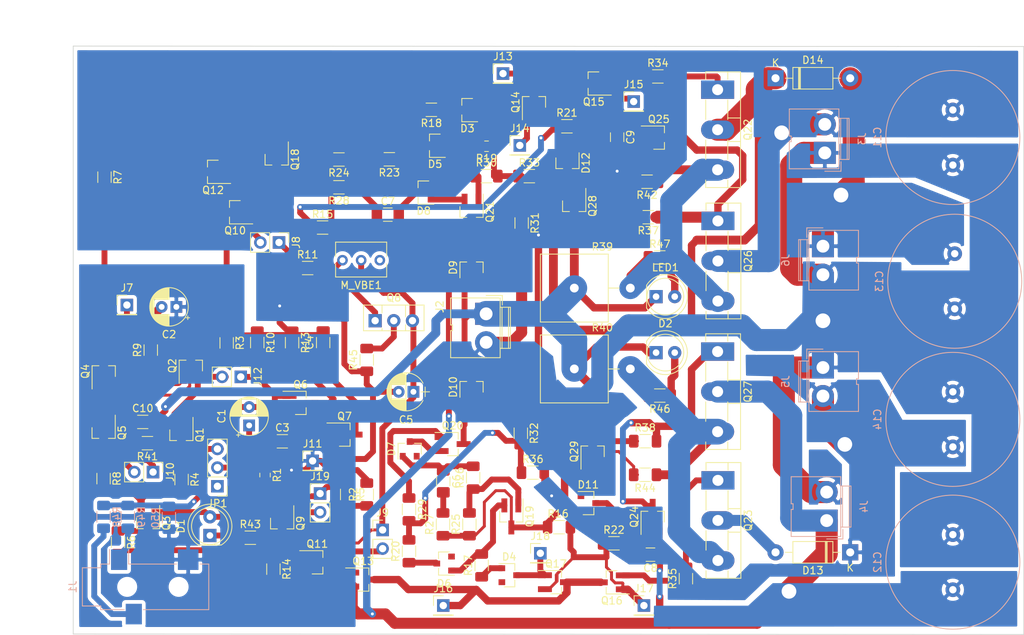
<source format=kicad_pcb>
(kicad_pcb (version 20171130) (host pcbnew "(5.1.8)-1")
  (layers (0 F.Cu signal hide) (31 B.Cu power) (34 B.Paste user hide) (35 F.Paste user hide) (36 B.SilkS user hide) (37 F.SilkS user) (38 B.Mask user hide) (39 F.Mask user hide) (44 Edge.Cuts user))
  (net 0 "")
  (net 1 "Net-(C1-Pad1)")
  (net 2 "Net-(C1-Pad2)")
  (net 3 GND)
  (net 4 "Net-(C2-Pad2)")
  (net 5 "Net-(C3-Pad2)")
  (net 6 "Net-(C3-Pad1)")
  (net 7 "Net-(C4-Pad1)")
  (net 8 VCC)
  (net 9 "Net-(C5-Pad1)")
  (net 10 "Net-(C6-Pad2)")
  (net 11 "Net-(C6-Pad1)")
  (net 12 "Net-(C7-Pad1)")
  (net 13 "Net-(C7-Pad2)")
  (net 14 VEE)
  (net 15 "Net-(C8-Pad2)")
  (net 16 "Net-(C9-Pad1)")
  (net 17 "Net-(C10-Pad1)")
  (net 18 +15V)
  (net 19 "Net-(D1-Pad1)")
  (net 20 "Net-(D1-Pad2)")
  (net 21 "Net-(D3-Pad1)")
  (net 22 "Net-(D3-Pad2)")
  (net 23 "Net-(D4-Pad1)")
  (net 24 "Net-(D4-Pad2)")
  (net 25 "Net-(D5-Pad2)")
  (net 26 "Net-(D5-Pad1)")
  (net 27 "Net-(D6-Pad2)")
  (net 28 "Net-(D6-Pad1)")
  (net 29 "Net-(D7-Pad1)")
  (net 30 "Net-(D8-Pad2)")
  (net 31 "Net-(D9-Pad1)")
  (net 32 "Net-(D10-Pad2)")
  (net 33 "Net-(Q1-Pad3)")
  (net 34 "Net-(Q2-Pad3)")
  (net 35 "Net-(Q2-Pad1)")
  (net 36 "Net-(Q3-Pad2)")
  (net 37 "Net-(Q3-Pad3)")
  (net 38 "Net-(Q4-Pad3)")
  (net 39 "Net-(Q5-Pad3)")
  (net 40 "Net-(Q6-Pad3)")
  (net 41 "Net-(Q9-Pad3)")
  (net 42 "Net-(Q10-Pad3)")
  (net 43 "Net-(Q11-Pad3)")
  (net 44 "Net-(Q15-Pad2)")
  (net 45 "Net-(Q18-Pad1)")
  (net 46 "Net-(Q19-Pad1)")
  (net 47 "Net-(Q20-Pad1)")
  (net 48 "Net-(Q21-Pad1)")
  (net 49 "Net-(Q22-Pad1)")
  (net 50 "Net-(Q22-Pad3)")
  (net 51 -15V)
  (net 52 "Net-(Q23-Pad3)")
  (net 53 "Net-(Q24-Pad3)")
  (net 54 "Net-(Q25-Pad3)")
  (net 55 "Net-(R2-Pad1)")
  (net 56 "Net-(R19-Pad1)")
  (net 57 "Net-(C10-Pad2)")
  (net 58 "Net-(D11-Pad2)")
  (net 59 "Net-(Q29-Pad1)")
  (net 60 "Net-(Q28-Pad1)")
  (net 61 "Net-(D12-Pad1)")
  (net 62 "Net-(Q16-Pad2)")
  (net 63 "Net-(R20-Pad2)")
  (net 64 "Net-(JP1-Pad1)")
  (net 65 "Net-(J1-PadS)")
  (net 66 "Net-(M_VBE1-Pad3)")
  (net 67 "Net-(M_VBE1-Pad1)")
  (net 68 "Net-(D2-Pad2)")
  (net 69 "Net-(D13-Pad2)")
  (net 70 "Net-(D14-Pad1)")
  (net 71 "Net-(LED1-Pad2)")
  (net 72 "Net-(Q8-Pad2)")
  (net 73 "Net-(Q23-Pad1)")
  (net 74 "Net-(J8-Pad2)")
  (net 75 "Net-(J9-Pad2)")
  (net 76 "Net-(J10-Pad2)")
  (net 77 "Net-(J12-Pad2)")
  (net 78 "Net-(J13-Pad1)")
  (net 79 "Net-(J15-Pad1)")
  (net 80 "Net-(J16-Pad1)")
  (net 81 "Net-(J17-Pad1)")
  (net 82 "Net-(J19-Pad2)")
  (net 83 "Net-(JP1-Pad3)")
  (net 84 "Net-(J1-PadR)")
  (module Connector_Audio:Jack_3.5mm_CUI_SJ-3523-SMT_Horizontal (layer B.Cu) (at 147.447 124.079 270)
    (fp_text reference J1 (at 0 9.9 270) (layer B.SilkS) (effects (justify mirror)))
    (fp_text value AudioJack3)
    (pad "" np_thru_hole circle (at 0 -4.5 270) (size 1.7 1.7) (drill 1.7) (layers *.Cu *.Mask))
    (pad "" np_thru_hole circle (at 0 2.5 270) (size 1.7 1.7) (drill 1.7) (layers *.Cu *.Mask))
    (pad T smd rect (at -3.7 -5.8 270) (size 2.8 2.8) (layers B.Cu B.Paste B.Mask) (net 3 GND))
    (pad S smd rect (at -3.7 3.6 270) (size 2.8 2.2) (layers B.Cu B.Paste B.Mask) (net 65 "Net-(J1-PadS)"))
    (pad R smd rect (at 3.7 1.6 270) (size 2.8 2.2) (layers B.Cu B.Paste B.Mask) (net 84 "Net-(J1-PadR)"))
  )
  (module Resistor_SMD:R_1206_3216Metric_Pad1.30x1.75mm_HandSolder (layer B.Cu) (at 150.622 114.681 270)
    (fp_text reference R50 (at 0 1.82 90) (layer B.SilkS) (effects (justify mirror)))
    (fp_text value 47k)
    (pad 2 smd roundrect (at 1.55 0 270) (size 1.3 1.75) (layers B.Cu B.Paste B.Mask) (roundrect_rratio 0.192308) (net 3 GND))
    (pad 1 smd roundrect (at -1.55 0 270) (size 1.3 1.75) (layers B.Cu B.Paste B.Mask) (roundrect_rratio 0.192308) (net 83 "Net-(JP1-Pad3)"))
  )
  (module Resistor_SMD:R_1206_3216Metric_Pad1.30x1.75mm_HandSolder (layer B.Cu) (at 145.034 114.554 90)
    (fp_text reference R49 (at 0 1.82 90) (layer B.SilkS) (effects (justify mirror)))
    (fp_text value 4.7k)
    (pad 2 smd roundrect (at 1.55 0 90) (size 1.3 1.75) (layers B.Cu B.Paste B.Mask) (roundrect_rratio 0.192308) (net 83 "Net-(JP1-Pad3)"))
    (pad 1 smd roundrect (at -1.55 0 90) (size 1.3 1.75) (layers B.Cu B.Paste B.Mask) (roundrect_rratio 0.192308) (net 65 "Net-(J1-PadS)"))
  )
  (module Resistor_SMD:R_1206_3216Metric_Pad1.30x1.75mm_HandSolder (layer B.Cu) (at 141.732 114.554 90)
    (fp_text reference R48 (at 0 1.82 90) (layer B.SilkS) (effects (justify mirror)))
    (fp_text value 4.7k)
    (pad 2 smd roundrect (at 1.55 0 90) (size 1.3 1.75) (layers B.Cu B.Paste B.Mask) (roundrect_rratio 0.192308) (net 83 "Net-(JP1-Pad3)"))
    (pad 1 smd roundrect (at -1.55 0 90) (size 1.3 1.75) (layers B.Cu B.Paste B.Mask) (roundrect_rratio 0.192308) (net 84 "Net-(J1-PadR)"))
  )
  (module Connector_PinHeader_2.54mm:PinHeader_1x03_P2.54mm_Vertical (layer F.Cu) (at 157.226 110.389 180)
    (fp_text reference JP1 (at 0 -2.33) (layer F.SilkS))
    (fp_text value Jumper_3_Bridged12)
    (pad 3 thru_hole oval (at 0 5.08 180) (size 1.7 1.7) (drill 1) (layers *.Cu *.Mask) (net 83 "Net-(JP1-Pad3)"))
    (pad 2 thru_hole oval (at 0 2.54 180) (size 1.7 1.7) (drill 1) (layers *.Cu *.Mask) (net 1 "Net-(C1-Pad1)"))
    (pad 1 thru_hole rect (at 0 0 180) (size 1.7 1.7) (drill 1) (layers *.Cu *.Mask) (net 64 "Net-(JP1-Pad1)"))
  )
  (module Connector_PinHeader_2.54mm:PinHeader_1x02_P2.54mm_Vertical (layer F.Cu) (at 171.196 111.379)
    (fp_text reference J19 (at 0 -2.33) (layer F.SilkS))
    (fp_text value Conn_01x02)
    (pad 2 thru_hole oval (at 0 2.54) (size 1.7 1.7) (drill 1) (layers *.Cu *.Mask) (net 82 "Net-(J19-Pad2)"))
    (pad 1 thru_hole rect (at 0 0) (size 1.7 1.7) (drill 1) (layers *.Cu *.Mask) (net 20 "Net-(D1-Pad2)"))
  )
  (module Connector_PinHeader_2.54mm:PinHeader_1x01_P2.54mm_Vertical (layer F.Cu) (at 201.168 119.507)
    (fp_text reference J18 (at 0 -2.33) (layer F.SilkS))
    (fp_text value Conn_01x01)
    (pad 1 thru_hole rect (at 0 0) (size 1.7 1.7) (drill 1) (layers *.Cu *.Mask) (net 23 "Net-(D4-Pad1)"))
  )
  (module Connector_PinHeader_2.54mm:PinHeader_1x01_P2.54mm_Vertical (layer F.Cu) (at 215.265 126.619)
    (fp_text reference J17 (at 0 -2.33) (layer F.SilkS))
    (fp_text value Conn_01x01)
    (pad 1 thru_hole rect (at 0 0) (size 1.7 1.7) (drill 1) (layers *.Cu *.Mask) (net 81 "Net-(J17-Pad1)"))
  )
  (module Connector_PinHeader_2.54mm:PinHeader_1x01_P2.54mm_Vertical (layer F.Cu) (at 187.96 126.619)
    (fp_text reference J16 (at 0 -2.33) (layer F.SilkS))
    (fp_text value Conn_01x01)
    (pad 1 thru_hole rect (at 0 0) (size 1.7 1.7) (drill 1) (layers *.Cu *.Mask) (net 80 "Net-(J16-Pad1)"))
  )
  (module Connector_PinHeader_2.54mm:PinHeader_1x01_P2.54mm_Vertical (layer F.Cu) (at 213.868 58.039)
    (fp_text reference J15 (at 0 -2.33) (layer F.SilkS))
    (fp_text value Conn_01x01)
    (pad 1 thru_hole rect (at 0 0) (size 1.7 1.7) (drill 1) (layers *.Cu *.Mask) (net 79 "Net-(J15-Pad1)"))
  )
  (module Connector_PinHeader_2.54mm:PinHeader_1x01_P2.54mm_Vertical (layer F.Cu) (at 198.374 64.008)
    (fp_text reference J14 (at 0 -2.33) (layer F.SilkS))
    (fp_text value Conn_01x01)
    (pad 1 thru_hole rect (at 0 0) (size 1.7 1.7) (drill 1) (layers *.Cu *.Mask) (net 22 "Net-(D3-Pad2)"))
  )
  (module Connector_PinHeader_2.54mm:PinHeader_1x01_P2.54mm_Vertical (layer F.Cu) (at 196.088 54.229)
    (fp_text reference J13 (at 0 -2.33) (layer F.SilkS))
    (fp_text value Conn_01x01)
    (pad 1 thru_hole rect (at 0 0) (size 1.7 1.7) (drill 1) (layers *.Cu *.Mask) (net 78 "Net-(J13-Pad1)"))
  )
  (module Connector_PinHeader_2.54mm:PinHeader_1x02_P2.54mm_Vertical (layer F.Cu) (at 160.401 95.504 270)
    (fp_text reference J12 (at 0 -2.33 90) (layer F.SilkS))
    (fp_text value Conn_01x02)
    (pad 2 thru_hole oval (at 0 2.54 270) (size 1.7 1.7) (drill 1) (layers *.Cu *.Mask) (net 77 "Net-(J12-Pad2)"))
    (pad 1 thru_hole rect (at 0 0 270) (size 1.7 1.7) (drill 1) (layers *.Cu *.Mask) (net 6 "Net-(C3-Pad1)"))
  )
  (module Connector_PinHeader_2.54mm:PinHeader_1x01_P2.54mm_Vertical (layer F.Cu) (at 170.18 106.934)
    (fp_text reference J11 (at 0 -2.33) (layer F.SilkS))
    (fp_text value Conn_01x01)
    (pad 1 thru_hole rect (at 0 0) (size 1.7 1.7) (drill 1) (layers *.Cu *.Mask) (net 3 GND))
  )
  (module Resistor_SMD:R_1206_3216Metric_Pad1.30x1.75mm_HandSolder (layer F.Cu) (at 147.701 104.521 180)
    (fp_text reference R41 (at 0 -1.82) (layer F.SilkS))
    (fp_text value R)
    (pad 2 smd roundrect (at 1.55 0 180) (size 1.3 1.75) (layers F.Cu F.Paste F.Mask) (roundrect_rratio 0.192308) (net 17 "Net-(C10-Pad1)"))
    (pad 1 smd roundrect (at -1.55 0 180) (size 1.3 1.75) (layers F.Cu F.Paste F.Mask) (roundrect_rratio 0.192308) (net 57 "Net-(C10-Pad2)"))
  )
  (module Connector_PinHeader_2.54mm:PinHeader_1x02_P2.54mm_Vertical (layer F.Cu) (at 148.463 108.458 270)
    (fp_text reference J10 (at 0 -2.33 90) (layer F.SilkS))
    (fp_text value Conn_01x02)
    (pad 2 thru_hole oval (at 0 2.54 270) (size 1.7 1.7) (drill 1) (layers *.Cu *.Mask) (net 76 "Net-(J10-Pad2)"))
    (pad 1 thru_hole rect (at 0 0 270) (size 1.7 1.7) (drill 1) (layers *.Cu *.Mask) (net 17 "Net-(C10-Pad1)"))
  )
  (module Connector_PinHeader_2.54mm:PinHeader_1x02_P2.54mm_Vertical (layer F.Cu) (at 179.705 116.332)
    (fp_text reference J9 (at 0 -2.33) (layer F.SilkS))
    (fp_text value Conn_01x02)
    (pad 2 thru_hole oval (at 0 2.54) (size 1.7 1.7) (drill 1) (layers *.Cu *.Mask) (net 75 "Net-(J9-Pad2)"))
    (pad 1 thru_hole rect (at 0 0) (size 1.7 1.7) (drill 1) (layers *.Cu *.Mask) (net 9 "Net-(C5-Pad1)"))
  )
  (module Connector_PinHeader_2.54mm:PinHeader_1x02_P2.54mm_Vertical (layer F.Cu) (at 165.608 77.216 270)
    (fp_text reference J8 (at 0 -2.33 90) (layer F.SilkS))
    (fp_text value Conn_01x02)
    (pad 2 thru_hole oval (at 0 2.54 270) (size 1.7 1.7) (drill 1) (layers *.Cu *.Mask) (net 74 "Net-(J8-Pad2)"))
    (pad 1 thru_hole rect (at 0 0 270) (size 1.7 1.7) (drill 1) (layers *.Cu *.Mask) (net 5 "Net-(C3-Pad2)"))
  )
  (module Connector_PinHeader_2.54mm:PinHeader_1x01_P2.54mm_Vertical (layer F.Cu) (at 144.907 85.725)
    (fp_text reference J7 (at 0 -2.33) (layer F.SilkS))
    (fp_text value REALIMENTACION)
    (pad 1 thru_hole rect (at 0 0) (size 1.7 1.7) (drill 1) (layers *.Cu *.Mask) (net 76 "Net-(J10-Pad2)"))
  )
  (module Diode_THT:D_DO-41_SOD81_P10.16mm_Horizontal (layer F.Cu) (at 243.332 119.38 180)
    (fp_text reference D13 (at 5.08 -2.47) (layer F.SilkS))
    (fp_text value MUR460)
    (fp_text user K (at 0 -2.1) (layer F.SilkS))
    (pad 2 thru_hole oval (at 10.16 0 180) (size 2.2 2.2) (drill 1.1) (layers *.Cu *.Mask) (net 69 "Net-(D13-Pad2)"))
    (pad 1 thru_hole rect (at 0 0 180) (size 2.2 2.2) (drill 1.1) (layers *.Cu *.Mask) (net 51 -15V))
  )
  (module Diode_THT:D_DO-41_SOD81_P10.16mm_Horizontal (layer F.Cu) (at 233.172 54.864)
    (fp_text reference D14 (at 5.08 -2.47) (layer F.SilkS))
    (fp_text value MUR460)
    (fp_text user K (at 0 -2.1) (layer F.SilkS))
    (pad 2 thru_hole oval (at 10.16 0) (size 2.2 2.2) (drill 1.1) (layers *.Cu *.Mask) (net 18 +15V))
    (pad 1 thru_hole rect (at 0 0) (size 2.2 2.2) (drill 1.1) (layers *.Cu *.Mask) (net 70 "Net-(D14-Pad1)"))
  )
  (module Resistor_SMD:R_1206_3216Metric_Pad1.30x1.75mm_HandSolder (layer F.Cu) (at 215.41904 108.82306 180)
    (fp_text reference R44 (at 0 -1.82) (layer F.SilkS))
    (fp_text value 25)
    (pad 2 smd roundrect (at 1.55 0 180) (size 1.3 1.75) (layers F.Cu F.Paste F.Mask) (roundrect_rratio 0.192308) (net 59 "Net-(Q29-Pad1)"))
    (pad 1 smd roundrect (at -1.55 0 180) (size 1.3 1.75) (layers F.Cu F.Paste F.Mask) (roundrect_rratio 0.192308) (net 52 "Net-(Q23-Pad3)"))
  )
  (module Resistor_SMD:R_1206_3216Metric_Pad1.30x1.75mm_HandSolder (layer F.Cu) (at 215.69104 68.94506 180)
    (fp_text reference R42 (at 0 -1.82) (layer F.SilkS))
    (fp_text value 100)
    (pad 2 smd roundrect (at 1.55 0 180) (size 1.3 1.75) (layers F.Cu F.Paste F.Mask) (roundrect_rratio 0.192308) (net 60 "Net-(Q28-Pad1)"))
    (pad 1 smd roundrect (at -1.55 0 180) (size 1.3 1.75) (layers F.Cu F.Paste F.Mask) (roundrect_rratio 0.192308) (net 50 "Net-(Q22-Pad3)"))
  )
  (module Resistor_SMD:R_1206_3216Metric_Pad1.30x1.75mm_HandSolder (layer F.Cu) (at 215.42804 104.25106)
    (fp_text reference R38 (at 0 -1.82) (layer F.SilkS))
    (fp_text value R)
    (pad 2 smd roundrect (at 1.55 0) (size 1.3 1.75) (layers F.Cu F.Paste F.Mask) (roundrect_rratio 0.192308) (net 53 "Net-(Q24-Pad3)"))
    (pad 1 smd roundrect (at -1.55 0) (size 1.3 1.75) (layers F.Cu F.Paste F.Mask) (roundrect_rratio 0.192308) (net 57 "Net-(C10-Pad2)"))
  )
  (module Resistor_SMD:R_1206_3216Metric_Pad1.30x1.75mm_HandSolder (layer F.Cu) (at 215.85604 73.77106 180)
    (fp_text reference R37 (at 0 -1.82) (layer F.SilkS))
    (fp_text value 1k)
    (pad 2 smd roundrect (at 1.55 0 180) (size 1.3 1.75) (layers F.Cu F.Paste F.Mask) (roundrect_rratio 0.192308) (net 57 "Net-(C10-Pad2)"))
    (pad 1 smd roundrect (at -1.55 0 180) (size 1.3 1.75) (layers F.Cu F.Paste F.Mask) (roundrect_rratio 0.192308) (net 54 "Net-(Q25-Pad3)"))
  )
  (module Resistor_SMD:R_1206_3216Metric_Pad1.30x1.75mm_HandSolder (layer F.Cu) (at 167.38394 90.84356 270)
    (fp_text reference R13 (at 0 -1.82 90) (layer F.SilkS))
    (fp_text value 10)
    (pad 2 smd roundrect (at 1.55 0 270) (size 1.3 1.75) (layers F.Cu F.Paste F.Mask) (roundrect_rratio 0.192308) (net 7 "Net-(C4-Pad1)"))
    (pad 1 smd roundrect (at -1.55 0 270) (size 1.3 1.75) (layers F.Cu F.Paste F.Mask) (roundrect_rratio 0.192308) (net 8 VCC))
  )
  (module Resistor_SMD:R_1206_3216Metric_Pad1.30x1.75mm_HandSolder (layer F.Cu) (at 162.64684 90.83086 270)
    (fp_text reference R10 (at 0 -1.82 90) (layer F.SilkS))
    (fp_text value 1k)
    (pad 2 smd roundrect (at 1.55 0 270) (size 1.3 1.75) (layers F.Cu F.Paste F.Mask) (roundrect_rratio 0.192308) (net 40 "Net-(Q6-Pad3)"))
    (pad 1 smd roundrect (at -1.55 0 270) (size 1.3 1.75) (layers F.Cu F.Paste F.Mask) (roundrect_rratio 0.192308) (net 8 VCC))
  )
  (module Resistor_SMD:R_1206_3216Metric_Pad1.30x1.75mm_HandSolder (layer F.Cu) (at 148.15614 91.85586 90)
    (fp_text reference R9 (at 0 -1.82 90) (layer F.SilkS))
    (fp_text value 1.2k)
    (pad 2 smd roundrect (at 1.55 0 90) (size 1.3 1.75) (layers F.Cu F.Paste F.Mask) (roundrect_rratio 0.192308) (net 4 "Net-(C2-Pad2)"))
    (pad 1 smd roundrect (at -1.55 0 90) (size 1.3 1.75) (layers F.Cu F.Paste F.Mask) (roundrect_rratio 0.192308) (net 76 "Net-(J10-Pad2)"))
  )
  (module Capacitor_SMD:C_1206_3216Metric_Pad1.33x1.80mm_HandSolder (layer F.Cu) (at 147.06394 101.63486)
    (fp_text reference C10 (at 0 -1.85) (layer F.SilkS))
    (fp_text value 4.7p)
    (pad 2 smd roundrect (at 1.5625 0) (size 1.325 1.8) (layers F.Cu F.Paste F.Mask) (roundrect_rratio 0.188679) (net 57 "Net-(C10-Pad2)"))
    (pad 1 smd roundrect (at -1.5625 0) (size 1.325 1.8) (layers F.Cu F.Paste F.Mask) (roundrect_rratio 0.188679) (net 17 "Net-(C10-Pad1)"))
  )
  (module Capacitor_SMD:C_1206_3216Metric_Pad1.33x1.80mm_HandSolder (layer F.Cu) (at 171.61304 90.83616 90)
    (fp_text reference C4 (at 0 -1.85 90) (layer F.SilkS))
    (fp_text value 1u)
    (pad 2 smd roundrect (at 1.5625 0 90) (size 1.325 1.8) (layers F.Cu F.Paste F.Mask) (roundrect_rratio 0.188679) (net 8 VCC))
    (pad 1 smd roundrect (at -1.5625 0 90) (size 1.325 1.8) (layers F.Cu F.Paste F.Mask) (roundrect_rratio 0.188679) (net 7 "Net-(C4-Pad1)"))
  )
  (module Capacitor_SMD:C_1206_3216Metric_Pad1.33x1.80mm_HandSolder (layer F.Cu) (at 166.05944 104.27646)
    (fp_text reference C3 (at 0 -1.85) (layer F.SilkS))
    (fp_text value 20p)
    (pad 2 smd roundrect (at 1.5625 0) (size 1.325 1.8) (layers F.Cu F.Paste F.Mask) (roundrect_rratio 0.188679) (net 5 "Net-(C3-Pad2)"))
    (pad 1 smd roundrect (at -1.5625 0) (size 1.325 1.8) (layers F.Cu F.Paste F.Mask) (roundrect_rratio 0.188679) (net 6 "Net-(C3-Pad1)"))
  )
  (module Capacitor_THT:CP_Radial_D5.0mm_P2.50mm (layer F.Cu) (at 161.544 102.108 90)
    (fp_text reference C1 (at 1.25 -3.75 90) (layer F.SilkS))
    (fp_text value 10u)
    (pad 2 thru_hole circle (at 2.5 0 90) (size 1.6 1.6) (drill 0.8) (layers *.Cu *.Mask) (net 2 "Net-(C1-Pad2)"))
    (pad 1 thru_hole rect (at 0 0 90) (size 1.6 1.6) (drill 0.8) (layers *.Cu *.Mask) (net 1 "Net-(C1-Pad1)"))
  )
  (module LED_THT:LED_D5.0mm (layer F.Cu) (at 216.916 92.202)
    (fp_text reference D2 (at 1.27 -3.96) (layer F.SilkS))
    (fp_text value LED)
    (pad 2 thru_hole circle (at 2.54 0) (size 1.8 1.8) (drill 0.9) (layers *.Cu *.Mask) (net 68 "Net-(D2-Pad2)"))
    (pad 1 thru_hole rect (at 0 0) (size 1.8 1.8) (drill 0.9) (layers *.Cu *.Mask) (net 57 "Net-(C10-Pad2)"))
  )
  (module Resistor_SMD:R_1206_3216Metric_Pad1.30x1.75mm_HandSolder (layer F.Cu) (at 217.424 79.248)
    (fp_text reference R47 (at 0 -1.82) (layer F.SilkS))
    (fp_text value TBD)
    (pad 2 smd roundrect (at 1.55 0) (size 1.3 1.75) (layers F.Cu F.Paste F.Mask) (roundrect_rratio 0.192308) (net 71 "Net-(LED1-Pad2)"))
    (pad 1 smd roundrect (at -1.55 0) (size 1.3 1.75) (layers F.Cu F.Paste F.Mask) (roundrect_rratio 0.192308) (net 50 "Net-(Q22-Pad3)"))
  )
  (module Resistor_SMD:R_1206_3216Metric_Pad1.30x1.75mm_HandSolder (layer F.Cu) (at 217.424 98.044 180)
    (fp_text reference R46 (at 0 -1.82) (layer F.SilkS))
    (fp_text value TBD)
    (pad 2 smd roundrect (at 1.55 0 180) (size 1.3 1.75) (layers F.Cu F.Paste F.Mask) (roundrect_rratio 0.192308) (net 52 "Net-(Q23-Pad3)"))
    (pad 1 smd roundrect (at -1.55 0 180) (size 1.3 1.75) (layers F.Cu F.Paste F.Mask) (roundrect_rratio 0.192308) (net 68 "Net-(D2-Pad2)"))
  )
  (module Resistor_SMD:R_1206_3216Metric_Pad1.30x1.75mm_HandSolder (layer F.Cu) (at 177.546 93.192 90)
    (fp_text reference R45 (at 0 -1.82 90) (layer F.SilkS))
    (fp_text value 22)
    (pad 2 smd roundrect (at 1.55 0 90) (size 1.3 1.75) (layers F.Cu F.Paste F.Mask) (roundrect_rratio 0.192308) (net 72 "Net-(Q8-Pad2)"))
    (pad 1 smd roundrect (at -1.55 0 90) (size 1.3 1.75) (layers F.Cu F.Paste F.Mask) (roundrect_rratio 0.192308) (net 5 "Net-(C3-Pad2)"))
  )
  (module Resistor_SMD:R_1206_3216Metric_Pad1.30x1.75mm_HandSolder (layer F.Cu) (at 200.152 108.53106)
    (fp_text reference R36 (at 0 -1.82) (layer F.SilkS))
    (fp_text value 10k)
    (pad 2 smd roundrect (at 1.55 0) (size 1.3 1.75) (layers F.Cu F.Paste F.Mask) (roundrect_rratio 0.192308) (net 51 -15V))
    (pad 1 smd roundrect (at -1.55 0) (size 1.3 1.75) (layers F.Cu F.Paste F.Mask) (roundrect_rratio 0.192308) (net 63 "Net-(R20-Pad2)"))
  )
  (module Resistor_SMD:R_1206_3216Metric_Pad1.30x1.75mm_HandSolder (layer F.Cu) (at 220.98 122.962 90)
    (fp_text reference R35 (at 0 -1.82 90) (layer F.SilkS))
    (fp_text value 4.7)
    (pad 2 smd roundrect (at 1.55 0 90) (size 1.3 1.75) (layers F.Cu F.Paste F.Mask) (roundrect_rratio 0.192308) (net 73 "Net-(Q23-Pad1)"))
    (pad 1 smd roundrect (at -1.55 0 90) (size 1.3 1.75) (layers F.Cu F.Paste F.Mask) (roundrect_rratio 0.192308) (net 62 "Net-(Q16-Pad2)"))
  )
  (module Resistor_SMD:R_1206_3216Metric_Pad1.30x1.75mm_HandSolder (layer F.Cu) (at 217.16204 54.62106)
    (fp_text reference R34 (at 0 -1.82) (layer F.SilkS))
    (fp_text value 4.7)
    (pad 2 smd roundrect (at 1.55 0) (size 1.3 1.75) (layers F.Cu F.Paste F.Mask) (roundrect_rratio 0.192308) (net 49 "Net-(Q22-Pad1)"))
    (pad 1 smd roundrect (at -1.55 0) (size 1.3 1.75) (layers F.Cu F.Paste F.Mask) (roundrect_rratio 0.192308) (net 44 "Net-(Q15-Pad2)"))
  )
  (module Resistor_SMD:R_1206_3216Metric_Pad1.30x1.75mm_HandSolder (layer F.Cu) (at 199.67104 68.18306)
    (fp_text reference R33 (at 0 -1.82) (layer F.SilkS))
    (fp_text value 10k)
    (pad 2 smd roundrect (at 1.55 0) (size 1.3 1.75) (layers F.Cu F.Paste F.Mask) (roundrect_rratio 0.192308) (net 18 +15V))
    (pad 1 smd roundrect (at -1.55 0) (size 1.3 1.75) (layers F.Cu F.Paste F.Mask) (roundrect_rratio 0.192308) (net 56 "Net-(R19-Pad1)"))
  )
  (module Resistor_SMD:R_1206_3216Metric_Pad1.30x1.75mm_HandSolder (layer F.Cu) (at 198.51204 103.17606 270)
    (fp_text reference R32 (at 0 -1.82 90) (layer F.SilkS))
    (fp_text value 47k)
    (pad 2 smd roundrect (at 1.55 0 270) (size 1.3 1.75) (layers F.Cu F.Paste F.Mask) (roundrect_rratio 0.192308) (net 63 "Net-(R20-Pad2)"))
    (pad 1 smd roundrect (at -1.55 0 270) (size 1.3 1.75) (layers F.Cu F.Paste F.Mask) (roundrect_rratio 0.192308) (net 3 GND))
  )
  (module Resistor_SMD:R_1206_3216Metric_Pad1.30x1.75mm_HandSolder (layer F.Cu) (at 198.62204 74.56606 270)
    (fp_text reference R31 (at 0 -1.82 90) (layer F.SilkS))
    (fp_text value 47k)
    (pad 2 smd roundrect (at 1.55 0 270) (size 1.3 1.75) (layers F.Cu F.Paste F.Mask) (roundrect_rratio 0.192308) (net 3 GND))
    (pad 1 smd roundrect (at -1.55 0 270) (size 1.3 1.75) (layers F.Cu F.Paste F.Mask) (roundrect_rratio 0.192308) (net 56 "Net-(R19-Pad1)"))
  )
  (module Resistor_SMD:R_1206_3216Metric_Pad1.30x1.75mm_HandSolder (layer F.Cu) (at 193.82904 68.18306)
    (fp_text reference R30 (at 0 -1.82) (layer F.SilkS))
    (fp_text value 100k)
    (pad 2 smd roundrect (at 1.55 0) (size 1.3 1.75) (layers F.Cu F.Paste F.Mask) (roundrect_rratio 0.192308) (net 56 "Net-(R19-Pad1)"))
    (pad 1 smd roundrect (at -1.55 0) (size 1.3 1.75) (layers F.Cu F.Paste F.Mask) (roundrect_rratio 0.192308) (net 48 "Net-(Q21-Pad1)"))
  )
  (module Resistor_SMD:R_1206_3216Metric_Pad1.30x1.75mm_HandSolder (layer F.Cu) (at 183.29704 113.538 270)
    (fp_text reference R29 (at 0 -1.82 90) (layer F.SilkS))
    (fp_text value 75k)
    (pad 2 smd roundrect (at 1.55 0 270) (size 1.3 1.75) (layers F.Cu F.Paste F.Mask) (roundrect_rratio 0.192308) (net 63 "Net-(R20-Pad2)"))
    (pad 1 smd roundrect (at -1.55 0 270) (size 1.3 1.75) (layers F.Cu F.Paste F.Mask) (roundrect_rratio 0.192308) (net 47 "Net-(Q20-Pad1)"))
  )
  (module Resistor_SMD:R_1206_3216Metric_Pad1.30x1.75mm_HandSolder (layer F.Cu) (at 173.76304 69.70706 180)
    (fp_text reference R28 (at 0 -1.82) (layer F.SilkS))
    (fp_text value TBD)
    (pad 2 smd roundrect (at 1.55 0 180) (size 1.3 1.75) (layers F.Cu F.Paste F.Mask) (roundrect_rratio 0.192308) (net 14 VEE))
    (pad 1 smd roundrect (at -1.55 0 180) (size 1.3 1.75) (layers F.Cu F.Paste F.Mask) (roundrect_rratio 0.192308) (net 12 "Net-(C7-Pad1)"))
  )
  (module Resistor_SMD:R_1206_3216Metric_Pad1.30x1.75mm_HandSolder (layer F.Cu) (at 187.92204 115.57 90)
    (fp_text reference R27 (at 0 -1.82 90) (layer F.SilkS))
    (fp_text value TBD)
    (pad 2 smd roundrect (at 1.55 0 90) (size 1.3 1.75) (layers F.Cu F.Paste F.Mask) (roundrect_rratio 0.192308) (net 10 "Net-(C6-Pad2)"))
    (pad 1 smd roundrect (at -1.55 0 90) (size 1.3 1.75) (layers F.Cu F.Paste F.Mask) (roundrect_rratio 0.192308) (net 8 VCC))
  )
  (module Resistor_SMD:R_1206_3216Metric_Pad1.30x1.75mm_HandSolder (layer F.Cu) (at 192.024 109.22 90)
    (fp_text reference R26 (at 0 -1.82 90) (layer F.SilkS))
    (fp_text value 5k)
    (pad 2 smd roundrect (at 1.55 0 90) (size 1.3 1.75) (layers F.Cu F.Paste F.Mask) (roundrect_rratio 0.192308) (net 11 "Net-(C6-Pad1)"))
    (pad 1 smd roundrect (at -1.55 0 90) (size 1.3 1.75) (layers F.Cu F.Paste F.Mask) (roundrect_rratio 0.192308) (net 46 "Net-(Q19-Pad1)"))
  )
  (module Resistor_SMD:R_1206_3216Metric_Pad1.30x1.75mm_HandSolder (layer F.Cu) (at 191.516 115.57 90)
    (fp_text reference R25 (at 0 -1.82 90) (layer F.SilkS))
    (fp_text value 1k)
    (pad 2 smd roundrect (at 1.55 0 90) (size 1.3 1.75) (layers F.Cu F.Paste F.Mask) (roundrect_rratio 0.192308) (net 46 "Net-(Q19-Pad1)"))
    (pad 1 smd roundrect (at -1.55 0 90) (size 1.3 1.75) (layers F.Cu F.Paste F.Mask) (roundrect_rratio 0.192308) (net 8 VCC))
  )
  (module Resistor_SMD:R_1206_3216Metric_Pad1.30x1.75mm_HandSolder (layer F.Cu) (at 173.76304 65.92106 180)
    (fp_text reference R24 (at 0 -1.82) (layer F.SilkS))
    (fp_text value 1k)
    (pad 2 smd roundrect (at 1.55 0 180) (size 1.3 1.75) (layers F.Cu F.Paste F.Mask) (roundrect_rratio 0.192308) (net 14 VEE))
    (pad 1 smd roundrect (at -1.55 0 180) (size 1.3 1.75) (layers F.Cu F.Paste F.Mask) (roundrect_rratio 0.192308) (net 45 "Net-(Q18-Pad1)"))
  )
  (module Resistor_SMD:R_1206_3216Metric_Pad1.30x1.75mm_HandSolder (layer F.Cu) (at 180.62104 65.89706 180)
    (fp_text reference R23 (at 0 -1.82) (layer F.SilkS))
    (fp_text value 5k)
    (pad 2 smd roundrect (at 1.55 0 180) (size 1.3 1.75) (layers F.Cu F.Paste F.Mask) (roundrect_rratio 0.192308) (net 45 "Net-(Q18-Pad1)"))
    (pad 1 smd roundrect (at -1.55 0 180) (size 1.3 1.75) (layers F.Cu F.Paste F.Mask) (roundrect_rratio 0.192308) (net 13 "Net-(C7-Pad2)"))
  )
  (module Resistor_SMD:R_1206_3216Metric_Pad1.30x1.75mm_HandSolder (layer F.Cu) (at 211.18704 118.15106)
    (fp_text reference R22 (at 0 -1.82) (layer F.SilkS))
    (fp_text value 200)
    (pad 2 smd roundrect (at 1.55 0) (size 1.3 1.75) (layers F.Cu F.Paste F.Mask) (roundrect_rratio 0.192308) (net 15 "Net-(C8-Pad2)"))
    (pad 1 smd roundrect (at -1.55 0) (size 1.3 1.75) (layers F.Cu F.Paste F.Mask) (roundrect_rratio 0.192308) (net 81 "Net-(J17-Pad1)"))
  )
  (module Resistor_SMD:R_1206_3216Metric_Pad1.30x1.75mm_HandSolder (layer F.Cu) (at 204.78704 61.40106)
    (fp_text reference R21 (at 0 -1.82) (layer F.SilkS))
    (fp_text value 200)
    (pad 2 smd roundrect (at 1.55 0) (size 1.3 1.75) (layers F.Cu F.Paste F.Mask) (roundrect_rratio 0.192308) (net 16 "Net-(C9-Pad1)"))
    (pad 1 smd roundrect (at -1.55 0) (size 1.3 1.75) (layers F.Cu F.Paste F.Mask) (roundrect_rratio 0.192308) (net 79 "Net-(J15-Pad1)"))
  )
  (module Resistor_SMD:R_1206_3216Metric_Pad1.30x1.75mm_HandSolder (layer F.Cu) (at 183.29704 119.23706 90)
    (fp_text reference R20 (at 0 -1.82 90) (layer F.SilkS))
    (fp_text value 80k)
    (pad 2 smd roundrect (at 1.55 0 90) (size 1.3 1.75) (layers F.Cu F.Paste F.Mask) (roundrect_rratio 0.192308) (net 63 "Net-(R20-Pad2)"))
    (pad 1 smd roundrect (at -1.55 0 90) (size 1.3 1.75) (layers F.Cu F.Paste F.Mask) (roundrect_rratio 0.192308) (net 28 "Net-(D6-Pad1)"))
  )
  (module Resistor_SMD:R_1206_3216Metric_Pad1.30x1.75mm_HandSolder (layer F.Cu) (at 186.34204 59.16106 180)
    (fp_text reference R18 (at 0 -1.82) (layer F.SilkS))
    (fp_text value 100k)
    (pad 2 smd roundrect (at 1.55 0 180) (size 1.3 1.75) (layers F.Cu F.Paste F.Mask) (roundrect_rratio 0.192308) (net 26 "Net-(D5-Pad1)"))
    (pad 1 smd roundrect (at -1.55 0 180) (size 1.3 1.75) (layers F.Cu F.Paste F.Mask) (roundrect_rratio 0.192308) (net 21 "Net-(D3-Pad1)"))
  )
  (module Resistor_SMD:R_1206_3216Metric_Pad1.30x1.75mm_HandSolder (layer F.Cu) (at 193.18204 121.158 90)
    (fp_text reference R17 (at 0 -1.82 90) (layer F.SilkS))
    (fp_text value 100k)
    (pad 2 smd roundrect (at 1.55 0 90) (size 1.3 1.75) (layers F.Cu F.Paste F.Mask) (roundrect_rratio 0.192308) (net 27 "Net-(D6-Pad2)"))
    (pad 1 smd roundrect (at -1.55 0 90) (size 1.3 1.75) (layers F.Cu F.Paste F.Mask) (roundrect_rratio 0.192308) (net 24 "Net-(D4-Pad2)"))
  )
  (module Resistor_SMD:R_1206_3216Metric_Pad1.30x1.75mm_HandSolder (layer F.Cu) (at 203.708 115.951)
    (fp_text reference R16 (at -0.127 -1.82) (layer F.SilkS))
    (fp_text value 47k)
    (pad 2 smd roundrect (at 1.55 0) (size 1.3 1.75) (layers F.Cu F.Paste F.Mask) (roundrect_rratio 0.192308) (net 81 "Net-(J17-Pad1)"))
    (pad 1 smd roundrect (at -1.55 0) (size 1.3 1.75) (layers F.Cu F.Paste F.Mask) (roundrect_rratio 0.192308) (net 8 VCC))
  )
  (module Resistor_SMD:R_1206_3216Metric_Pad1.30x1.75mm_HandSolder (layer F.Cu) (at 171.53684 75.18076)
    (fp_text reference R15 (at 0 -1.82) (layer F.SilkS))
    (fp_text value 47k)
    (pad 2 smd roundrect (at 1.55 0) (size 1.3 1.75) (layers F.Cu F.Paste F.Mask) (roundrect_rratio 0.192308) (net 14 VEE))
    (pad 1 smd roundrect (at -1.55 0) (size 1.3 1.75) (layers F.Cu F.Paste F.Mask) (roundrect_rratio 0.192308) (net 79 "Net-(J15-Pad1)"))
  )
  (module Resistor_SMD:R_1206_3216Metric_Pad1.30x1.75mm_HandSolder (layer F.Cu) (at 169.50484 80.69256)
    (fp_text reference R11 (at 0 -1.82) (layer F.SilkS))
    (fp_text value 2.2k)
    (pad 2 smd roundrect (at 1.55 0) (size 1.3 1.75) (layers F.Cu F.Paste F.Mask) (roundrect_rratio 0.192308) (net 67 "Net-(M_VBE1-Pad1)"))
    (pad 1 smd roundrect (at -1.55 0) (size 1.3 1.75) (layers F.Cu F.Paste F.Mask) (roundrect_rratio 0.192308) (net 5 "Net-(C3-Pad2)"))
  )
  (module LED_THT:LED_D5.0mm (layer F.Cu) (at 216.916 84.582)
    (fp_text reference LED1 (at 1.27 -3.96) (layer F.SilkS))
    (fp_text value LED_ALT)
    (pad 2 thru_hole circle (at 2.54 0) (size 1.8 1.8) (drill 0.9) (layers *.Cu *.Mask) (net 71 "Net-(LED1-Pad2)"))
    (pad 1 thru_hole rect (at 0 0) (size 1.8 1.8) (drill 0.9) (layers *.Cu *.Mask) (net 57 "Net-(C10-Pad2)"))
  )
  (module Capacitor_THT:C_Radial_D18.0mm_H35.5mm_P7.50mm (layer B.Cu) (at 257.302 97.536 270)
    (fp_text reference C14 (at 3.75 10.25 270) (layer B.SilkS) (effects (justify mirror)))
    (fp_text value C)
    (pad 2 thru_hole circle (at 7.5 0 270) (size 2 2) (drill 1) (layers *.Cu *.Mask) (net 51 -15V))
    (pad 1 thru_hole circle (at 0 0 270) (size 2 2) (drill 1) (layers *.Cu *.Mask) (net 3 GND))
  )
  (module Resistor_SMD:R_1206_3216Metric_Pad1.30x1.75mm_HandSolder (layer F.Cu) (at 161.704 117.389)
    (fp_text reference R43 (at 0 -1.82) (layer F.SilkS))
    (fp_text value TBD)
    (pad 2 smd roundrect (at 1.55 0) (size 1.3 1.75) (layers F.Cu F.Paste F.Mask) (roundrect_rratio 0.192308) (net 14 VEE))
    (pad 1 smd roundrect (at -1.55 0) (size 1.3 1.75) (layers F.Cu F.Paste F.Mask) (roundrect_rratio 0.192308) (net 19 "Net-(D1-Pad1)"))
  )
  (module Resistor_SMD:R_1206_3216Metric_Pad1.30x1.75mm_HandSolder (layer F.Cu) (at 164.846 121.666 270)
    (fp_text reference R14 (at 0 -1.82 90) (layer F.SilkS))
    (fp_text value 470)
    (pad 2 smd roundrect (at 1.55 0 270) (size 1.3 1.75) (layers F.Cu F.Paste F.Mask) (roundrect_rratio 0.192308) (net 14 VEE))
    (pad 1 smd roundrect (at -1.55 0 270) (size 1.3 1.75) (layers F.Cu F.Paste F.Mask) (roundrect_rratio 0.192308) (net 41 "Net-(Q9-Pad3)"))
  )
  (module Resistor_SMD:R_1206_3216Metric_Pad1.30x1.75mm_HandSolder (layer F.Cu) (at 141.732 109.347 270)
    (fp_text reference R8 (at 0 -1.82 90) (layer F.SilkS))
    (fp_text value 22)
    (pad 2 smd roundrect (at 1.55 0 270) (size 1.3 1.75) (layers F.Cu F.Paste F.Mask) (roundrect_rratio 0.192308) (net 36 "Net-(Q3-Pad2)"))
    (pad 1 smd roundrect (at -1.55 0 270) (size 1.3 1.75) (layers F.Cu F.Paste F.Mask) (roundrect_rratio 0.192308) (net 39 "Net-(Q5-Pad3)"))
  )
  (module Resistor_SMD:R_1206_3216Metric_Pad1.30x1.75mm_HandSolder (layer F.Cu) (at 141.85694 68.326 270)
    (fp_text reference R7 (at 0 -1.82 90) (layer F.SilkS))
    (fp_text value 22)
    (pad 2 smd roundrect (at 1.55 0 270) (size 1.3 1.75) (layers F.Cu F.Paste F.Mask) (roundrect_rratio 0.192308) (net 38 "Net-(Q4-Pad3)"))
    (pad 1 smd roundrect (at -1.55 0 270) (size 1.3 1.75) (layers F.Cu F.Paste F.Mask) (roundrect_rratio 0.192308) (net 8 VCC))
  )
  (module Resistor_SMD:R_1206_3216Metric_Pad1.30x1.75mm_HandSolder (layer F.Cu) (at 143.704 118.014 270)
    (fp_text reference R6 (at 0 -1.82 90) (layer F.SilkS))
    (fp_text value 2.2k)
    (pad 2 smd roundrect (at 1.55 0 270) (size 1.3 1.75) (layers F.Cu F.Paste F.Mask) (roundrect_rratio 0.192308) (net 14 VEE))
    (pad 1 smd roundrect (at -1.55 0 270) (size 1.3 1.75) (layers F.Cu F.Paste F.Mask) (roundrect_rratio 0.192308) (net 37 "Net-(Q3-Pad3)"))
  )
  (module Resistor_SMD:R_1206_3216Metric_Pad1.30x1.75mm_HandSolder (layer F.Cu) (at 174.879 111.506 270)
    (fp_text reference R5 (at 0 -1.82 90) (layer F.SilkS))
    (fp_text value 4.7k)
    (pad 2 smd roundrect (at 1.55 0 270) (size 1.3 1.75) (layers F.Cu F.Paste F.Mask) (roundrect_rratio 0.192308) (net 55 "Net-(R2-Pad1)"))
    (pad 1 smd roundrect (at -1.55 0 270) (size 1.3 1.75) (layers F.Cu F.Paste F.Mask) (roundrect_rratio 0.192308) (net 20 "Net-(D1-Pad2)"))
  )
  (module Resistor_SMD:R_1206_3216Metric_Pad1.30x1.75mm_HandSolder (layer F.Cu) (at 152.34714 109.474 270)
    (fp_text reference R4 (at 0 -1.82 90) (layer F.SilkS))
    (fp_text value 22)
    (pad 2 smd roundrect (at 1.55 0 270) (size 1.3 1.75) (layers F.Cu F.Paste F.Mask) (roundrect_rratio 0.192308) (net 36 "Net-(Q3-Pad2)"))
    (pad 1 smd roundrect (at -1.55 0 270) (size 1.3 1.75) (layers F.Cu F.Paste F.Mask) (roundrect_rratio 0.192308) (net 33 "Net-(Q1-Pad3)"))
  )
  (module Resistor_SMD:R_1206_3216Metric_Pad1.30x1.75mm_HandSolder (layer F.Cu) (at 158.48124 90.88166 270)
    (fp_text reference R3 (at 0 -1.82 90) (layer F.SilkS))
    (fp_text value 22)
    (pad 2 smd roundrect (at 1.55 0 270) (size 1.3 1.75) (layers F.Cu F.Paste F.Mask) (roundrect_rratio 0.192308) (net 34 "Net-(Q2-Pad3)"))
    (pad 1 smd roundrect (at -1.55 0 270) (size 1.3 1.75) (layers F.Cu F.Paste F.Mask) (roundrect_rratio 0.192308) (net 8 VCC))
  )
  (module Capacitor_THT:C_Radial_D18.0mm_H35.5mm_P7.50mm (layer B.Cu) (at 257.556 78.74 270)
    (fp_text reference C13 (at 3.75 10.25 270) (layer B.SilkS) (effects (justify mirror)))
    (fp_text value C)
    (pad 2 thru_hole circle (at 7.5 0 270) (size 2 2) (drill 1) (layers *.Cu *.Mask) (net 3 GND))
    (pad 1 thru_hole circle (at 0 0 270) (size 2 2) (drill 1) (layers *.Cu *.Mask) (net 18 +15V))
  )
  (module Capacitor_THT:C_Radial_D18.0mm_H35.5mm_P7.50mm (layer B.Cu) (at 257.302 116.967 270)
    (fp_text reference C12 (at 3.75 10.25 270) (layer B.SilkS) (effects (justify mirror)))
    (fp_text value C)
    (pad 2 thru_hole circle (at 7.5 0 270) (size 2 2) (drill 1) (layers *.Cu *.Mask) (net 14 VEE))
    (pad 1 thru_hole circle (at 0 0 270) (size 2 2) (drill 1) (layers *.Cu *.Mask) (net 3 GND))
  )
  (module Capacitor_THT:C_Radial_D18.0mm_H35.5mm_P7.50mm (layer B.Cu) (at 257.302 59.182 270)
    (fp_text reference C11 (at 3.75 10.25 270) (layer B.SilkS) (effects (justify mirror)))
    (fp_text value C)
    (pad 2 thru_hole circle (at 7.5 0 270) (size 2 2) (drill 1) (layers *.Cu *.Mask) (net 3 GND))
    (pad 1 thru_hole circle (at 0 0 270) (size 2 2) (drill 1) (layers *.Cu *.Mask) (net 8 VCC))
  )
  (module Capacitor_THT:CP_Radial_D5.0mm_P2.00mm (layer F.Cu) (at 151.638 85.979 180)
    (fp_text reference C2 (at 1 -3.75) (layer F.SilkS))
    (fp_text value 47u)
    (pad 2 thru_hole circle (at 2 0 180) (size 1.6 1.6) (drill 0.8) (layers *.Cu *.Mask) (net 4 "Net-(C2-Pad2)"))
    (pad 1 thru_hole rect (at 0 0 180) (size 1.6 1.6) (drill 0.8) (layers *.Cu *.Mask) (net 3 GND))
  )
  (module Potentiometer_THT:Potentiometer_Bourns_3266Y_Vertical (layer F.Cu) (at 174.244 79.629 180)
    (fp_text reference M_VBE1 (at -2.54 -3.41) (layer F.SilkS))
    (fp_text value 5k)
    (pad 3 thru_hole circle (at -5.08 0 180) (size 1.44 1.44) (drill 0.8) (layers *.Cu *.Mask) (net 66 "Net-(M_VBE1-Pad3)"))
    (pad 2 thru_hole circle (at -2.54 0 180) (size 1.44 1.44) (drill 0.8) (layers *.Cu *.Mask) (net 9 "Net-(C5-Pad1)"))
    (pad 1 thru_hole circle (at 0 0 180) (size 1.44 1.44) (drill 0.8) (layers *.Cu *.Mask) (net 67 "Net-(M_VBE1-Pad1)"))
  )
  (module Resistor_SMD:R_1206_3216Metric_Pad1.30x1.75mm_HandSolder (layer F.Cu) (at 177.546 111.506 90)
    (fp_text reference R2 (at 0 -1.82 90) (layer F.SilkS))
    (fp_text value 4.7k)
    (pad 2 smd roundrect (at 1.55 0 90) (size 1.3 1.75) (layers F.Cu F.Paste F.Mask) (roundrect_rratio 0.192308) (net 3 GND))
    (pad 1 smd roundrect (at -1.55 0 90) (size 1.3 1.75) (layers F.Cu F.Paste F.Mask) (roundrect_rratio 0.192308) (net 55 "Net-(R2-Pad1)"))
  )
  (module Diode_SMD:D_SOT-23_ANK (layer F.Cu) (at 196.93204 122.49106)
    (fp_text reference D4 (at 0 -2.5) (layer F.SilkS))
    (fp_text value BAT54)
    (pad 1 smd rect (at 1 0) (size 0.9 0.8) (layers F.Cu F.Paste F.Mask) (net 23 "Net-(D4-Pad1)"))
    (pad "" smd rect (at -1 0.95) (size 0.9 0.8) (layers F.Cu F.Paste F.Mask))
    (pad 2 smd rect (at -1 -0.95) (size 0.9 0.8) (layers F.Cu F.Paste F.Mask) (net 24 "Net-(D4-Pad2)"))
  )
  (module Diode_SMD:D_SOT-23_ANK (layer F.Cu) (at 204.86204 66.40106 270)
    (fp_text reference D12 (at 0 -2.5 90) (layer F.SilkS))
    (fp_text value BAT54)
    (pad 1 smd rect (at 1 0 270) (size 0.9 0.8) (layers F.Cu F.Paste F.Mask) (net 61 "Net-(D12-Pad1)"))
    (pad "" smd rect (at -1 0.95 270) (size 0.9 0.8) (layers F.Cu F.Paste F.Mask))
    (pad 2 smd rect (at -1 -0.95 270) (size 0.9 0.8) (layers F.Cu F.Paste F.Mask) (net 16 "Net-(C9-Pad1)"))
  )
  (module Diode_SMD:D_SOT-23_ANK (layer F.Cu) (at 207.69204 112.68106)
    (fp_text reference D11 (at 0 -2.5) (layer F.SilkS))
    (fp_text value D_Sch)
    (pad 1 smd rect (at 1 0) (size 0.9 0.8) (layers F.Cu F.Paste F.Mask) (net 15 "Net-(C8-Pad2)"))
    (pad "" smd rect (at -1 0.95) (size 0.9 0.8) (layers F.Cu F.Paste F.Mask))
    (pad 2 smd rect (at -1 -0.95) (size 0.9 0.8) (layers F.Cu F.Paste F.Mask) (net 58 "Net-(D11-Pad2)"))
  )
  (module Package_TO_SOT_SMD:SOT-23_Handsoldering (layer F.Cu) (at 153.60484 93.99276 90)
    (fp_text reference Q2 (at 0 -2.5 90) (layer F.SilkS))
    (fp_text value MMBTA56)
    (pad 3 smd rect (at 1.5 0 90) (size 1.9 0.8) (layers F.Cu F.Paste F.Mask) (net 34 "Net-(Q2-Pad3)"))
    (pad 2 smd rect (at -1.5 0.95 90) (size 1.9 0.8) (layers F.Cu F.Paste F.Mask) (net 77 "Net-(J12-Pad2)"))
    (pad 1 smd rect (at -1.5 -0.95 90) (size 1.9 0.8) (layers F.Cu F.Paste F.Mask) (net 35 "Net-(Q2-Pad1)"))
  )
  (module Package_TO_SOT_THT:TO-3P-3_Vertical (layer F.Cu) (at 225.33404 74.27906 270)
    (fp_text reference Q26 (at 5.45 -4.12 90) (layer F.SilkS))
    (fp_text value 2SC5200)
    (pad 3 thru_hole oval (at 10.9 0 270) (size 2.5 4.5) (drill 1.5) (layers *.Cu *.Mask) (net 50 "Net-(Q22-Pad3)"))
    (pad 2 thru_hole oval (at 5.45 0 270) (size 2.5 4.5) (drill 1.5) (layers *.Cu *.Mask) (net 8 VCC))
    (pad 1 thru_hole rect (at 0 0 270) (size 2.5 4.5) (drill 1.5) (layers *.Cu *.Mask) (net 54 "Net-(Q25-Pad3)"))
  )
  (module Package_TO_SOT_THT:TO-3P-3_Vertical (layer F.Cu) (at 225.33404 109.58506 270)
    (fp_text reference Q23 (at 5.45 -4.12 90) (layer F.SilkS))
    (fp_text value 2SA1943)
    (pad 3 thru_hole oval (at 10.9 0 270) (size 2.5 4.5) (drill 1.5) (layers *.Cu *.Mask) (net 52 "Net-(Q23-Pad3)"))
    (pad 2 thru_hole oval (at 5.45 0 270) (size 2.5 4.5) (drill 1.5) (layers *.Cu *.Mask) (net 69 "Net-(D13-Pad2)"))
    (pad 1 thru_hole rect (at 0 0 270) (size 2.5 4.5) (drill 1.5) (layers *.Cu *.Mask) (net 73 "Net-(Q23-Pad1)"))
  )
  (module Package_TO_SOT_THT:TO-3P-3_Vertical (layer F.Cu) (at 225.29204 92.05906 270)
    (fp_text reference Q27 (at 5.45 -4.12 90) (layer F.SilkS))
    (fp_text value 2SA1943)
    (pad 3 thru_hole oval (at 10.9 0 270) (size 2.5 4.5) (drill 1.5) (layers *.Cu *.Mask) (net 52 "Net-(Q23-Pad3)"))
    (pad 2 thru_hole oval (at 5.45 0 270) (size 2.5 4.5) (drill 1.5) (layers *.Cu *.Mask) (net 14 VEE))
    (pad 1 thru_hole rect (at 0 0 270) (size 2.5 4.5) (drill 1.5) (layers *.Cu *.Mask) (net 53 "Net-(Q24-Pad3)"))
  )
  (module Package_TO_SOT_THT:TO-3P-3_Vertical (layer F.Cu) (at 225.29204 56.42106 270)
    (fp_text reference Q22 (at 5.45 -4.12 90) (layer F.SilkS))
    (fp_text value Q-NPN)
    (pad 3 thru_hole oval (at 10.9 0 270) (size 2.5 4.5) (drill 1.5) (layers *.Cu *.Mask) (net 50 "Net-(Q22-Pad3)"))
    (pad 2 thru_hole oval (at 5.45 0 270) (size 2.5 4.5) (drill 1.5) (layers *.Cu *.Mask) (net 70 "Net-(D14-Pad1)"))
    (pad 1 thru_hole rect (at 0 0 270) (size 2.5 4.5) (drill 1.5) (layers *.Cu *.Mask) (net 49 "Net-(Q22-Pad1)"))
  )
  (module Capacitors_THT:CP_Radial_D5.0mm_P2.00mm (layer F.Cu) (at 183.896 97.536 180)
    (fp_text reference C5 (at 1 -3.81) (layer F.SilkS))
    (fp_text value 4.7u)
    (pad 1 thru_hole rect (at 0 0 180) (size 1.6 1.6) (drill 0.8) (layers *.Cu *.Mask) (net 9 "Net-(C5-Pad1)"))
    (pad 2 thru_hole circle (at 2 0 180) (size 1.6 1.6) (drill 0.8) (layers *.Cu *.Mask) (net 5 "Net-(C3-Pad2)"))
  )
  (module Package_TO_SOT_THT:TO-126-3_Vertical (layer F.Cu) (at 178.68694 87.85536)
    (fp_text reference Q8 (at 2.54 -3.12) (layer F.SilkS))
    (fp_text value MJE340)
    (pad 3 thru_hole oval (at 5.08 0) (size 1.8 1.8) (drill 1) (layers *.Cu *.Mask) (net 9 "Net-(C5-Pad1)"))
    (pad 2 thru_hole oval (at 2.54 0) (size 1.8 1.8) (drill 1) (layers *.Cu *.Mask) (net 72 "Net-(Q8-Pad2)"))
    (pad 1 thru_hole rect (at 0 0) (size 1.8 1.8) (drill 1) (layers *.Cu *.Mask) (net 67 "Net-(M_VBE1-Pad1)"))
  )
  (module Resistor_THT:R_Axial_Power_L25.0mm_W9.0mm_P7.62mm_Vertical (layer F.Cu) (at 205.79204 94.42106)
    (fp_text reference R40 (at 3.81 -5.62) (layer F.SilkS))
    (fp_text value 0.1)
    (pad 2 thru_hole oval (at 7.62 0) (size 2.4 2.4) (drill 1.2) (layers *.Cu *.Mask) (net 52 "Net-(Q23-Pad3)"))
    (pad 1 thru_hole circle (at 0 0) (size 2.4 2.4) (drill 1.2) (layers *.Cu *.Mask) (net 57 "Net-(C10-Pad2)"))
  )
  (module Resistor_THT:R_Axial_Power_L25.0mm_W9.0mm_P7.62mm_Vertical (layer F.Cu) (at 205.79204 83.42106)
    (fp_text reference R39 (at 3.81 -5.62) (layer F.SilkS))
    (fp_text value 0.1)
    (pad 2 thru_hole oval (at 7.62 0) (size 2.4 2.4) (drill 1.2) (layers *.Cu *.Mask) (net 50 "Net-(Q22-Pad3)"))
    (pad 1 thru_hole circle (at 0 0) (size 2.4 2.4) (drill 1.2) (layers *.Cu *.Mask) (net 57 "Net-(C10-Pad2)"))
  )
  (module Package_TO_SOT_SMD:SOT-23_Handsoldering (layer F.Cu) (at 208.28 105.664 90)
    (fp_text reference Q29 (at 0 -2.5 90) (layer F.SilkS))
    (fp_text value MMBTA56)
    (pad 3 smd rect (at 1.5 0 90) (size 1.9 0.8) (layers F.Cu F.Paste F.Mask) (net 57 "Net-(C10-Pad2)"))
    (pad 2 smd rect (at -1.5 0.95 90) (size 1.9 0.8) (layers F.Cu F.Paste F.Mask) (net 58 "Net-(D11-Pad2)"))
    (pad 1 smd rect (at -1.5 -0.95 90) (size 1.9 0.8) (layers F.Cu F.Paste F.Mask) (net 59 "Net-(Q29-Pad1)"))
  )
  (module Package_TO_SOT_SMD:SOT-23_Handsoldering (layer F.Cu) (at 205.77604 72.24706 270)
    (fp_text reference Q28 (at 0 -2.5 90) (layer F.SilkS))
    (fp_text value MMBTA06)
    (pad 3 smd rect (at 1.5 0 270) (size 1.9 0.8) (layers F.Cu F.Paste F.Mask) (net 57 "Net-(C10-Pad2)"))
    (pad 2 smd rect (at -1.5 0.95 270) (size 1.9 0.8) (layers F.Cu F.Paste F.Mask) (net 61 "Net-(D12-Pad1)"))
    (pad 1 smd rect (at -1.5 -0.95 270) (size 1.9 0.8) (layers F.Cu F.Paste F.Mask) (net 60 "Net-(Q28-Pad1)"))
  )
  (module Package_TO_SOT_SMD:SOT-23_Handsoldering (layer F.Cu) (at 217.29204 62.94506)
    (fp_text reference Q25 (at 0 -2.5) (layer F.SilkS))
    (fp_text value MJE340)
    (pad 3 smd rect (at 1.5 0) (size 1.9 0.8) (layers F.Cu F.Paste F.Mask) (net 54 "Net-(Q25-Pad3)"))
    (pad 2 smd rect (at -1.5 0.95) (size 1.9 0.8) (layers F.Cu F.Paste F.Mask) (net 8 VCC))
    (pad 1 smd rect (at -1.5 -0.95) (size 1.9 0.8) (layers F.Cu F.Paste F.Mask) (net 16 "Net-(C9-Pad1)"))
  )
  (module Package_TO_SOT_SMD:SOT-23_Handsoldering (layer F.Cu) (at 216.45204 114.55106 90)
    (fp_text reference Q24 (at 0 -2.5 90) (layer F.SilkS))
    (fp_text value MJE350)
    (pad 3 smd rect (at 1.5 0 90) (size 1.9 0.8) (layers F.Cu F.Paste F.Mask) (net 53 "Net-(Q24-Pad3)"))
    (pad 2 smd rect (at -1.5 0.95 90) (size 1.9 0.8) (layers F.Cu F.Paste F.Mask) (net 14 VEE))
    (pad 1 smd rect (at -1.5 -0.95 90) (size 1.9 0.8) (layers F.Cu F.Paste F.Mask) (net 15 "Net-(C8-Pad2)"))
  )
  (module Package_TO_SOT_SMD:SOT-23_Handsoldering (layer F.Cu) (at 191.80604 73.03306 270)
    (fp_text reference Q21 (at 0 -2.5 90) (layer F.SilkS))
    (fp_text value MMBTA56)
    (pad 1 smd rect (at -1.5 -0.95 270) (size 1.9 0.8) (layers F.Cu F.Paste F.Mask) (net 48 "Net-(Q21-Pad1)"))
    (pad 2 smd rect (at -1.5 0.95 270) (size 1.9 0.8) (layers F.Cu F.Paste F.Mask) (net 30 "Net-(D8-Pad2)"))
    (pad 3 smd rect (at 1.5 0 270) (size 1.9 0.8) (layers F.Cu F.Paste F.Mask) (net 31 "Net-(D9-Pad1)"))
  )
  (module Package_TO_SOT_SMD:SOT-23_Handsoldering (layer F.Cu) (at 189.23 104.648)
    (fp_text reference Q20 (at 0 -2.5) (layer F.SilkS))
    (fp_text value MMBTA06)
    (pad 3 smd rect (at 1.5 0) (size 1.9 0.8) (layers F.Cu F.Paste F.Mask) (net 32 "Net-(D10-Pad2)"))
    (pad 2 smd rect (at -1.5 0.95) (size 1.9 0.8) (layers F.Cu F.Paste F.Mask) (net 29 "Net-(D7-Pad1)"))
    (pad 1 smd rect (at -1.5 -0.95) (size 1.9 0.8) (layers F.Cu F.Paste F.Mask) (net 47 "Net-(Q20-Pad1)"))
  )
  (module Package_TO_SOT_SMD:SOT-23_Handsoldering (layer F.Cu) (at 197.22204 114.49106 270)
    (fp_text reference Q19 (at 0 -2.5 90) (layer F.SilkS))
    (fp_text value MMBTA56)
    (pad 1 smd rect (at -1.5 -0.95 270) (size 1.9 0.8) (layers F.Cu F.Paste F.Mask) (net 46 "Net-(Q19-Pad1)"))
    (pad 2 smd rect (at -1.5 0.95 270) (size 1.9 0.8) (layers F.Cu F.Paste F.Mask) (net 27 "Net-(D6-Pad2)"))
    (pad 3 smd rect (at 1.5 0 270) (size 1.9 0.8) (layers F.Cu F.Paste F.Mask) (net 8 VCC))
  )
  (module Package_TO_SOT_SMD:SOT-23_Handsoldering (layer F.Cu) (at 165.29204 65.92106 270)
    (fp_text reference Q18 (at 0 -2.5 90) (layer F.SilkS))
    (fp_text value MMBTA06)
    (pad 3 smd rect (at 1.5 0 270) (size 1.9 0.8) (layers F.Cu F.Paste F.Mask) (net 14 VEE))
    (pad 2 smd rect (at -1.5 0.95 270) (size 1.9 0.8) (layers F.Cu F.Paste F.Mask) (net 26 "Net-(D5-Pad1)"))
    (pad 1 smd rect (at -1.5 -0.95 270) (size 1.9 0.8) (layers F.Cu F.Paste F.Mask) (net 45 "Net-(Q18-Pad1)"))
  )
  (module Package_TO_SOT_SMD:SOT-23_Handsoldering (layer F.Cu) (at 203.29204 123.44106)
    (fp_text reference Q17 (at 0 -2.5) (layer F.SilkS))
    (fp_text value MMBTA06)
    (pad 1 smd rect (at -1.5 -0.95) (size 1.9 0.8) (layers F.Cu F.Paste F.Mask) (net 23 "Net-(D4-Pad1)"))
    (pad 2 smd rect (at -1.5 0.95) (size 1.9 0.8) (layers F.Cu F.Paste F.Mask) (net 81 "Net-(J17-Pad1)"))
    (pad 3 smd rect (at 1.5 0) (size 1.9 0.8) (layers F.Cu F.Paste F.Mask) (net 80 "Net-(J16-Pad1)"))
  )
  (module Package_TO_SOT_SMD:SOT-23_Handsoldering (layer F.Cu) (at 210.89204 123.46106 180)
    (fp_text reference Q16 (at 0 -2.5) (layer F.SilkS))
    (fp_text value MMBTA06)
    (pad 3 smd rect (at 1.5 0 180) (size 1.9 0.8) (layers F.Cu F.Paste F.Mask) (net 80 "Net-(J16-Pad1)"))
    (pad 2 smd rect (at -1.5 0.95 180) (size 1.9 0.8) (layers F.Cu F.Paste F.Mask) (net 62 "Net-(Q16-Pad2)"))
    (pad 1 smd rect (at -1.5 -0.95 180) (size 1.9 0.8) (layers F.Cu F.Paste F.Mask) (net 81 "Net-(J17-Pad1)"))
  )
  (module Package_TO_SOT_SMD:SOT-23_Handsoldering (layer F.Cu) (at 208.43204 55.58106 180)
    (fp_text reference Q15 (at 0 -2.5) (layer F.SilkS))
    (fp_text value MMBTA56)
    (pad 1 smd rect (at -1.5 -0.95 180) (size 1.9 0.8) (layers F.Cu F.Paste F.Mask) (net 79 "Net-(J15-Pad1)"))
    (pad 2 smd rect (at -1.5 0.95 180) (size 1.9 0.8) (layers F.Cu F.Paste F.Mask) (net 44 "Net-(Q15-Pad2)"))
    (pad 3 smd rect (at 1.5 0 180) (size 1.9 0.8) (layers F.Cu F.Paste F.Mask) (net 78 "Net-(J13-Pad1)"))
  )
  (module Package_TO_SOT_SMD:SOT-23_Handsoldering (layer F.Cu) (at 200.30204 58.12106 90)
    (fp_text reference Q14 (at 0 -2.5 90) (layer F.SilkS))
    (fp_text value MMBTA56)
    (pad 1 smd rect (at -1.5 -0.95 90) (size 1.9 0.8) (layers F.Cu F.Paste F.Mask) (net 22 "Net-(D3-Pad2)"))
    (pad 2 smd rect (at -1.5 0.95 90) (size 1.9 0.8) (layers F.Cu F.Paste F.Mask) (net 79 "Net-(J15-Pad1)"))
    (pad 3 smd rect (at 1.5 0 90) (size 1.9 0.8) (layers F.Cu F.Paste F.Mask) (net 78 "Net-(J13-Pad1)"))
  )
  (module Package_TO_SOT_SMD:SOT-23_Handsoldering (layer F.Cu) (at 177.06914 123.08676)
    (fp_text reference Q13 (at 0 -2.5) (layer F.SilkS))
    (fp_text value MMBTA56)
    (pad 3 smd rect (at 1.5 0) (size 1.9 0.8) (layers F.Cu F.Paste F.Mask) (net 80 "Net-(J16-Pad1)"))
    (pad 2 smd rect (at -1.5 0.95) (size 1.9 0.8) (layers F.Cu F.Paste F.Mask) (net 14 VEE))
    (pad 1 smd rect (at -1.5 -0.95) (size 1.9 0.8) (layers F.Cu F.Paste F.Mask) (net 43 "Net-(Q11-Pad3)"))
  )
  (module Package_TO_SOT_SMD:SOT-23_Handsoldering (layer F.Cu) (at 156.63204 67.60106 180)
    (fp_text reference Q12 (at 0 -2.5) (layer F.SilkS))
    (fp_text value MMBTA06)
    (pad 1 smd rect (at -1.5 -0.95 180) (size 1.9 0.8) (layers F.Cu F.Paste F.Mask) (net 42 "Net-(Q10-Pad3)"))
    (pad 2 smd rect (at -1.5 0.95 180) (size 1.9 0.8) (layers F.Cu F.Paste F.Mask) (net 8 VCC))
    (pad 3 smd rect (at 1.5 0 180) (size 1.9 0.8) (layers F.Cu F.Paste F.Mask) (net 78 "Net-(J13-Pad1)"))
  )
  (module Package_TO_SOT_SMD:SOT-23_Handsoldering (layer F.Cu) (at 170.815 120.73566)
    (fp_text reference Q11 (at 0 -2.5) (layer F.SilkS))
    (fp_text value MMBTA56)
    (pad 3 smd rect (at 1.5 0) (size 1.9 0.8) (layers F.Cu F.Paste F.Mask) (net 43 "Net-(Q11-Pad3)"))
    (pad 2 smd rect (at -1.5 0.95) (size 1.9 0.8) (layers F.Cu F.Paste F.Mask) (net 14 VEE))
    (pad 1 smd rect (at -1.5 -0.95) (size 1.9 0.8) (layers F.Cu F.Paste F.Mask) (net 75 "Net-(J9-Pad2)"))
  )
  (module Package_TO_SOT_SMD:SOT-23_Handsoldering (layer F.Cu) (at 159.63204 73.10106 180)
    (fp_text reference Q10 (at 0 -2.5) (layer F.SilkS))
    (fp_text value MMBTA06)
    (pad 3 smd rect (at 1.5 0 180) (size 1.9 0.8) (layers F.Cu F.Paste F.Mask) (net 42 "Net-(Q10-Pad3)"))
    (pad 2 smd rect (at -1.5 0.95 180) (size 1.9 0.8) (layers F.Cu F.Paste F.Mask) (net 8 VCC))
    (pad 1 smd rect (at -1.5 -0.95 180) (size 1.9 0.8) (layers F.Cu F.Paste F.Mask) (net 74 "Net-(J8-Pad2)"))
  )
  (module Package_TO_SOT_SMD:SOT-23_Handsoldering (layer F.Cu) (at 166.03774 115.42706 270)
    (fp_text reference Q9 (at 0 -2.5 90) (layer F.SilkS))
    (fp_text value MMBTA06)
    (pad 3 smd rect (at 1.5 0 270) (size 1.9 0.8) (layers F.Cu F.Paste F.Mask) (net 41 "Net-(Q9-Pad3)"))
    (pad 2 smd rect (at -1.5 0.95 270) (size 1.9 0.8) (layers F.Cu F.Paste F.Mask) (net 9 "Net-(C5-Pad1)"))
    (pad 1 smd rect (at -1.5 -0.95 270) (size 1.9 0.8) (layers F.Cu F.Paste F.Mask) (net 82 "Net-(J19-Pad2)"))
  )
  (module Package_TO_SOT_SMD:SOT-23_Handsoldering (layer F.Cu) (at 174.52274 103.35956)
    (fp_text reference Q7 (at 0 -2.5) (layer F.SilkS))
    (fp_text value MMBTA56)
    (pad 1 smd rect (at -1.5 -0.95) (size 1.9 0.8) (layers F.Cu F.Paste F.Mask) (net 40 "Net-(Q6-Pad3)"))
    (pad 2 smd rect (at -1.5 0.95) (size 1.9 0.8) (layers F.Cu F.Paste F.Mask) (net 5 "Net-(C3-Pad2)"))
    (pad 3 smd rect (at 1.5 0) (size 1.9 0.8) (layers F.Cu F.Paste F.Mask) (net 7 "Net-(C4-Pad1)"))
  )
  (module Package_TO_SOT_SMD:SOT-23_Handsoldering (layer F.Cu) (at 168.53964 99.04406)
    (fp_text reference Q6 (at 0 -2.5) (layer F.SilkS))
    (fp_text value MMBTA56)
    (pad 3 smd rect (at 1.5 0) (size 1.9 0.8) (layers F.Cu F.Paste F.Mask) (net 40 "Net-(Q6-Pad3)"))
    (pad 2 smd rect (at -1.5 0.95) (size 1.9 0.8) (layers F.Cu F.Paste F.Mask) (net 5 "Net-(C3-Pad2)"))
    (pad 1 smd rect (at -1.5 -0.95) (size 1.9 0.8) (layers F.Cu F.Paste F.Mask) (net 6 "Net-(C3-Pad1)"))
  )
  (module Package_TO_SOT_SMD:SOT-23_Handsoldering (layer F.Cu) (at 141.74264 103.10806 270)
    (fp_text reference Q5 (at 0 -2.5 90) (layer F.SilkS))
    (fp_text value MMBTA06)
    (pad 1 smd rect (at -1.5 -0.95 270) (size 1.9 0.8) (layers F.Cu F.Paste F.Mask) (net 76 "Net-(J10-Pad2)"))
    (pad 2 smd rect (at -1.5 0.95 270) (size 1.9 0.8) (layers F.Cu F.Paste F.Mask) (net 35 "Net-(Q2-Pad1)"))
    (pad 3 smd rect (at 1.5 0 270) (size 1.9 0.8) (layers F.Cu F.Paste F.Mask) (net 39 "Net-(Q5-Pad3)"))
  )
  (module Package_TO_SOT_SMD:SOT-23_Handsoldering (layer F.Cu) (at 141.75284 94.75006 90)
    (fp_text reference Q4 (at 0 -2.5 90) (layer F.SilkS))
    (fp_text value MMBTA56)
    (pad 1 smd rect (at -1.5 -0.95 90) (size 1.9 0.8) (layers F.Cu F.Paste F.Mask) (net 35 "Net-(Q2-Pad1)"))
    (pad 2 smd rect (at -1.5 0.95 90) (size 1.9 0.8) (layers F.Cu F.Paste F.Mask) (net 35 "Net-(Q2-Pad1)"))
    (pad 3 smd rect (at 1.5 0 90) (size 1.9 0.8) (layers F.Cu F.Paste F.Mask) (net 38 "Net-(Q4-Pad3)"))
  )
  (module Package_TO_SOT_SMD:SOT-23_Handsoldering (layer F.Cu) (at 147.78784 115.40166 270)
    (fp_text reference Q3 (at 0 -2.5 90) (layer F.SilkS))
    (fp_text value Q_NPN_BCE)
    (pad 1 smd rect (at -1.5 -0.95 270) (size 1.9 0.8) (layers F.Cu F.Paste F.Mask) (net 20 "Net-(D1-Pad2)"))
    (pad 2 smd rect (at -1.5 0.95 270) (size 1.9 0.8) (layers F.Cu F.Paste F.Mask) (net 36 "Net-(Q3-Pad2)"))
    (pad 3 smd rect (at 1.5 0 270) (size 1.9 0.8) (layers F.Cu F.Paste F.Mask) (net 37 "Net-(Q3-Pad3)"))
  )
  (module Package_TO_SOT_SMD:SOT-23_Handsoldering (layer F.Cu) (at 152.32174 103.41146 270)
    (fp_text reference Q1 (at 0 -2.5 90) (layer F.SilkS))
    (fp_text value MMBTA06)
    (pad 3 smd rect (at 1.5 0 270) (size 1.9 0.8) (layers F.Cu F.Paste F.Mask) (net 33 "Net-(Q1-Pad3)"))
    (pad 2 smd rect (at -1.5 0.95 270) (size 1.9 0.8) (layers F.Cu F.Paste F.Mask) (net 77 "Net-(J12-Pad2)"))
    (pad 1 smd rect (at -1.5 -0.95 270) (size 1.9 0.8) (layers F.Cu F.Paste F.Mask) (net 2 "Net-(C1-Pad2)"))
  )
  (module Diode_SMD:D_SOT-23_ANK (layer F.Cu) (at 191.80604 96.88506 90)
    (fp_text reference D10 (at 0 -2.5 90) (layer F.SilkS))
    (fp_text value BAT54)
    (pad 1 smd rect (at 1 0 90) (size 0.9 0.8) (layers F.Cu F.Paste F.Mask) (net 57 "Net-(C10-Pad2)"))
    (pad "" smd rect (at -1 0.95 90) (size 0.9 0.8) (layers F.Cu F.Paste F.Mask))
    (pad 2 smd rect (at -1 -0.95 90) (size 0.9 0.8) (layers F.Cu F.Paste F.Mask) (net 32 "Net-(D10-Pad2)"))
  )
  (module Diode_SMD:D_SOT-23_ANK (layer F.Cu) (at 191.80604 80.62906 90)
    (fp_text reference D9 (at 0 -2.5 90) (layer F.SilkS))
    (fp_text value BAT54)
    (pad 1 smd rect (at 1 0 90) (size 0.9 0.8) (layers F.Cu F.Paste F.Mask) (net 31 "Net-(D9-Pad1)"))
    (pad "" smd rect (at -1 0.95 90) (size 0.9 0.8) (layers F.Cu F.Paste F.Mask))
    (pad 2 smd rect (at -1 -0.95 90) (size 0.9 0.8) (layers F.Cu F.Paste F.Mask) (net 57 "Net-(C10-Pad2)"))
  )
  (module Diode_SMD:D_SOT-23_ANK (layer F.Cu) (at 185.29204 70.42106 180)
    (fp_text reference D8 (at 0 -2.5) (layer F.SilkS))
    (fp_text value BAT54)
    (pad 1 smd rect (at 1 0 180) (size 0.9 0.8) (layers F.Cu F.Paste F.Mask) (net 13 "Net-(C7-Pad2)"))
    (pad "" smd rect (at -1 0.95 180) (size 0.9 0.8) (layers F.Cu F.Paste F.Mask))
    (pad 2 smd rect (at -1 -0.95 180) (size 0.9 0.8) (layers F.Cu F.Paste F.Mask) (net 30 "Net-(D8-Pad2)"))
  )
  (module Diode_SMD:D_SOT-23_ANK (layer F.Cu) (at 183.39204 105.30106 90)
    (fp_text reference D7 (at 0 -2.5 90) (layer F.SilkS))
    (fp_text value BAT54)
    (pad 1 smd rect (at 1 0 90) (size 0.9 0.8) (layers F.Cu F.Paste F.Mask) (net 29 "Net-(D7-Pad1)"))
    (pad "" smd rect (at -1 0.95 90) (size 0.9 0.8) (layers F.Cu F.Paste F.Mask))
    (pad 2 smd rect (at -1 -0.95 90) (size 0.9 0.8) (layers F.Cu F.Paste F.Mask) (net 11 "Net-(C6-Pad1)"))
  )
  (module Diode_SMD:D_SOT-23_ANK (layer F.Cu) (at 188.08204 120.904 180)
    (fp_text reference D6 (at 0 -2.72494) (layer F.SilkS))
    (fp_text value BAT54)
    (pad 1 smd rect (at 1 0 180) (size 0.9 0.8) (layers F.Cu F.Paste F.Mask) (net 28 "Net-(D6-Pad1)"))
    (pad "" smd rect (at -1 0.95 180) (size 0.9 0.8) (layers F.Cu F.Paste F.Mask))
    (pad 2 smd rect (at -1 -0.95 180) (size 0.9 0.8) (layers F.Cu F.Paste F.Mask) (net 27 "Net-(D6-Pad2)"))
  )
  (module Diode_SMD:D_SOT-23_ANK (layer F.Cu) (at 186.84204 64.05106 180)
    (fp_text reference D5 (at 0 -2.5) (layer F.SilkS))
    (fp_text value BAT54)
    (pad 1 smd rect (at 1 0 180) (size 0.9 0.8) (layers F.Cu F.Paste F.Mask) (net 26 "Net-(D5-Pad1)"))
    (pad "" smd rect (at -1 0.95 180) (size 0.9 0.8) (layers F.Cu F.Paste F.Mask))
    (pad 2 smd rect (at -1 -0.95 180) (size 0.9 0.8) (layers F.Cu F.Paste F.Mask) (net 25 "Net-(D5-Pad2)"))
  )
  (module Diode_SMD:D_SOT-23_ANK (layer F.Cu) (at 191.24204 59.20106 180)
    (fp_text reference D3 (at 0 -2.5) (layer F.SilkS))
    (fp_text value BAT54)
    (pad 1 smd rect (at 1 0 180) (size 0.9 0.8) (layers F.Cu F.Paste F.Mask) (net 21 "Net-(D3-Pad1)"))
    (pad "" smd rect (at -1 0.95 180) (size 0.9 0.8) (layers F.Cu F.Paste F.Mask))
    (pad 2 smd rect (at -1 -0.95 180) (size 0.9 0.8) (layers F.Cu F.Paste F.Mask) (net 22 "Net-(D3-Pad2)"))
  )
  (module Connector:JWT_A3963_1x02_P3.96mm_Vertical (layer F.Cu) (at 193.79204 86.92106 270)
    (fp_text reference J2 (at -0.958 6.304 90) (layer F.SilkS))
    (fp_text value Conn)
    (pad 2 thru_hole circle (at 3.88 0 270) (size 3 3) (drill 1.75) (layers *.Cu *.Mask) (net 3 GND))
    (pad 1 thru_hole rect (at 0 0 270) (size 3 3) (drill 1.75) (layers *.Cu *.Mask) (net 57 "Net-(C10-Pad2)"))
  )
  (module Capacitor_SMD:C_1206_3216Metric_Pad1.42x1.75mm_HandSolder (layer F.Cu) (at 187.96 109.728 270)
    (fp_text reference C6 (at 0 -1.82 90) (layer F.SilkS))
    (fp_text value 5p)
    (pad 2 smd roundrect (at 1.4875 0 270) (size 1.425 1.75) (layers F.Cu F.Paste F.Mask) (roundrect_rratio 0.175439) (net 10 "Net-(C6-Pad2)"))
    (pad 1 smd roundrect (at -1.4875 0 270) (size 1.425 1.75) (layers F.Cu F.Paste F.Mask) (roundrect_rratio 0.175439) (net 11 "Net-(C6-Pad1)"))
  )
  (module Capacitor_SMD:C_1206_3216Metric_Pad1.42x1.75mm_HandSolder (layer F.Cu) (at 180.41254 73.42106)
    (fp_text reference C7 (at 0 -1.82) (layer F.SilkS))
    (fp_text value 5p)
    (pad 1 smd roundrect (at -1.4875 0) (size 1.425 1.75) (layers F.Cu F.Paste F.Mask) (roundrect_rratio 0.175439) (net 12 "Net-(C7-Pad1)"))
    (pad 2 smd roundrect (at 1.4875 0) (size 1.425 1.75) (layers F.Cu F.Paste F.Mask) (roundrect_rratio 0.175439) (net 13 "Net-(C7-Pad2)"))
  )
  (module Capacitor_SMD:C_1206_3216Metric_Pad1.42x1.75mm_HandSolder (layer F.Cu) (at 216.15484 119.69276 180)
    (fp_text reference C8 (at 0 -1.82) (layer F.SilkS))
    (fp_text value 330p)
    (pad 1 smd roundrect (at -1.4875 0 180) (size 1.425 1.75) (layers F.Cu F.Paste F.Mask) (roundrect_rratio 0.175439) (net 14 VEE))
    (pad 2 smd roundrect (at 1.4875 0 180) (size 1.425 1.75) (layers F.Cu F.Paste F.Mask) (roundrect_rratio 0.175439) (net 15 "Net-(C8-Pad2)"))
  )
  (module Capacitor_SMD:C_1206_3216Metric_Pad1.42x1.75mm_HandSolder (layer F.Cu) (at 211.61804 62.88556 270)
    (fp_text reference C9 (at 0 -1.82 90) (layer F.SilkS))
    (fp_text value 330p)
    (pad 2 smd roundrect (at 1.4875 0 270) (size 1.425 1.75) (layers F.Cu F.Paste F.Mask) (roundrect_rratio 0.175439) (net 8 VCC))
    (pad 1 smd roundrect (at -1.4875 0 270) (size 1.425 1.75) (layers F.Cu F.Paste F.Mask) (roundrect_rratio 0.175439) (net 16 "Net-(C9-Pad1)"))
  )
  (module LED_THT:LED_D5.0mm (layer F.Cu) (at 156.204 117.089 90)
    (fp_text reference D1 (at 1.27 -3.96 90) (layer F.SilkS))
    (fp_text value LED_ALT)
    (pad 1 thru_hole rect (at 0 0 90) (size 1.8 1.8) (drill 0.9) (layers *.Cu *.Mask) (net 19 "Net-(D1-Pad1)"))
    (pad 2 thru_hole circle (at 2.54 0 90) (size 1.8 1.8) (drill 0.9) (layers *.Cu *.Mask) (net 20 "Net-(D1-Pad2)"))
  )
  (module Resistor_SMD:R_0805_2012Metric_Pad1.15x1.40mm_HandSolder (layer F.Cu) (at 163.704 108.864 270)
    (fp_text reference R1 (at 0 -1.65 90) (layer F.SilkS))
    (fp_text value 20k)
    (pad 2 smd roundrect (at 1.025 0 270) (size 1.15 1.4) (layers F.Cu F.Paste F.Mask) (roundrect_rratio 0.217391) (net 3 GND))
    (pad 1 smd roundrect (at -1.025 0 270) (size 1.15 1.4) (layers F.Cu F.Paste F.Mask) (roundrect_rratio 0.217391) (net 2 "Net-(C1-Pad2)"))
  )
  (module Resistor_SMD:R_0805_2012Metric_Pad1.15x1.40mm_HandSolder (layer F.Cu) (at 193.84704 64.11906 180)
    (fp_text reference R19 (at 0 -1.65) (layer F.SilkS))
    (fp_text value 80k)
    (pad 1 smd roundrect (at -1.025 0 180) (size 1.15 1.4) (layers F.Cu F.Paste F.Mask) (roundrect_rratio 0.217391) (net 56 "Net-(R19-Pad1)"))
    (pad 2 smd roundrect (at 1.025 0 180) (size 1.15 1.4) (layers F.Cu F.Paste F.Mask) (roundrect_rratio 0.217391) (net 25 "Net-(D5-Pad2)"))
  )
  (module Connector:JWT_A3963_1x02_P3.96mm_Vertical (layer B.Cu) (at 239.87884 65.02076 90)
    (fp_text reference J3 (at 1.91 5.08 270) (layer B.SilkS) (effects (justify mirror)))
    (fp_text value Screw_Terminal_01x02)
    (pad 1 thru_hole rect (at 0 0 90) (size 3 3) (drill 1.75) (layers *.Cu *.Mask) (net 3 GND))
    (pad 2 thru_hole circle (at 3.88 0 90) (size 3 3) (drill 1.75) (layers *.Cu *.Mask) (net 8 VCC))
  )
  (module Connector:JWT_A3963_1x02_P3.96mm_Vertical (layer B.Cu) (at 240.13284 115.05876 90)
    (fp_text reference J4 (at 1.91 5.08 270) (layer B.SilkS) (effects (justify mirror)))
    (fp_text value Screw_Terminal_01x02)
    (pad 2 thru_hole circle (at 3.88 0 90) (size 3 3) (drill 1.75) (layers *.Cu *.Mask) (net 3 GND))
    (pad 1 thru_hole rect (at 0 0 90) (size 3 3) (drill 1.75) (layers *.Cu *.Mask) (net 14 VEE))
  )
  (module Connector:JWT_A3963_1x02_P3.96mm_Vertical (layer B.Cu) (at 239.62484 94.23076 270)
    (fp_text reference J5 (at 1.91 5.08 270) (layer B.SilkS) (effects (justify mirror)))
    (fp_text value Screw_Terminal_01x02)
    (pad 1 thru_hole rect (at 0 0 270) (size 3 3) (drill 1.75) (layers *.Cu *.Mask) (net 3 GND))
    (pad 2 thru_hole circle (at 3.88 0 270) (size 3 3) (drill 1.75) (layers *.Cu *.Mask) (net 51 -15V))
  )
  (module Connector:JWT_A3963_1x02_P3.96mm_Vertical (layer B.Cu) (at 239.62484 77.72076 270)
    (fp_text reference J6 (at 1.91 5.08 270) (layer B.SilkS) (effects (justify mirror)))
    (fp_text value Screw_Terminal_01x02)
    (pad 2 thru_hole circle (at 3.88 0 270) (size 3 3) (drill 1.75) (layers *.Cu *.Mask) (net 3 GND))
    (pad 1 thru_hole rect (at 0 0 270) (size 3 3) (drill 1.75) (layers *.Cu *.Mask) (net 18 +15V))
  )
  (gr_text "AMPLI ATR \nv2.0" (at 149.098 56.388) (layer F.Cu) (effects (font (size 2 2) (thickness 0.5) italic)))
  (gr_line (start 266.954 50.546) (end 137.60484 50.49276) (layer Edge.Cuts) (width 0.1))
  (gr_line (start 266.954 130.556) (end 266.954 50.546) (layer Edge.Cuts) (width 0.1))
  (gr_line (start 137.60484 130.49276) (end 266.954 130.556) (layer Edge.Cuts) (width 0.1))
  (gr_line (start 137.60484 50.49276) (end 137.60484 130.49276) (layer Edge.Cuts) (width 0.1))
  (segment (start 157.226 107.849) (end 159.359 107.849) (width 0.8) (layer F.Cu) (net 1))
  (segment (start 161.544 105.664) (end 161.544 102.108) (width 0.8) (layer F.Cu) (net 1))
  (segment (start 159.359 107.849) (end 161.544 105.664) (width 0.8) (layer F.Cu) (net 1))
  (segment (start 153.27174 101.91146) (end 157.68154 101.91146) (width 0.8) (layer F.Cu) (net 2))
  (segment (start 157.68154 101.91146) (end 157.68154 101.90646) (width 0.8) (layer F.Cu) (net 2))
  (segment (start 159.98 99.608) (end 161.544 99.608) (width 0.8) (layer F.Cu) (net 2))
  (segment (start 157.68154 101.90646) (end 159.98 99.608) (width 0.8) (layer F.Cu) (net 2))
  (segment (start 163.704 106.389) (end 163.704 107.839) (width 0.8) (layer F.Cu) (net 2))
  (segment (start 162.814 103.694802) (end 162.814 105.499) (width 0.8) (layer F.Cu) (net 2))
  (segment (start 163.576 102.932802) (end 162.814 103.694802) (width 0.8) (layer F.Cu) (net 2))
  (segment (start 163.576 100.33) (end 163.576 102.932802) (width 0.8) (layer F.Cu) (net 2))
  (segment (start 162.854 99.608) (end 163.576 100.33) (width 0.8) (layer F.Cu) (net 2))
  (segment (start 162.814 105.499) (end 163.704 106.389) (width 0.8) (layer F.Cu) (net 2))
  (segment (start 161.544 99.608) (end 162.854 99.608) (width 0.8) (layer F.Cu) (net 2))
  (segment (start 198.62204 75.59106) (end 198.62204 89.46106) (width 1.5) (layer F.Cu) (net 3))
  (segment (start 197.28204 90.80106) (end 196.29654 90.80106) (width 1.5) (layer F.Cu) (net 3))
  (segment (start 197.43704 90.64606) (end 197.43704 91.19606) (width 1.5) (layer F.Cu) (net 3))
  (segment (start 198.62204 89.46106) (end 197.43704 90.64606) (width 1.5) (layer F.Cu) (net 3))
  (segment (start 197.43704 90.64606) (end 197.28204 90.80106) (width 0.4) (layer F.Cu) (net 3))
  (segment (start 197.43704 91.19606) (end 198.51204 92.27106) (width 1.5) (layer F.Cu) (net 3))
  (segment (start 198.51204 92.27106) (end 198.51204 96.93626) (width 1.5) (layer F.Cu) (net 3))
  (segment (start 235.30484 80.74276) (end 236.16284 81.60076) (width 3) (layer F.Cu) (net 3))
  (segment (start 235.30484 66.74276) (end 235.30484 80.74276) (width 3) (layer F.Cu) (net 3))
  (segment (start 236.16284 81.60076) (end 239.62484 81.60076) (width 3) (layer F.Cu) (net 3))
  (segment (start 239.87884 65.02076) (end 237.02684 65.02076) (width 3) (layer F.Cu) (net 3))
  (segment (start 237.02684 65.02076) (end 235.30484 66.74276) (width 3) (layer F.Cu) (net 3))
  (segment (start 235.12484 94.23076) (end 239.62484 94.23076) (width 3) (layer F.Cu) (net 3))
  (segment (start 234.30484 95.05076) (end 235.12484 94.23076) (width 3) (layer F.Cu) (net 3))
  (segment (start 234.30484 107.47208) (end 234.30484 95.05076) (width 3) (layer F.Cu) (net 3))
  (segment (start 238.01152 111.17876) (end 234.30484 107.47208) (width 3) (layer F.Cu) (net 3))
  (segment (start 240.13284 111.17876) (end 238.01152 111.17876) (width 3) (layer F.Cu) (net 3))
  (segment (start 239.62484 81.60076) (end 239.62484 88.02276) (width 3) (layer B.Cu) (net 3))
  (via (at 167.30484 108.19276) (size 0.8) (drill 0.4) (layers F.Cu B.Cu) (net 3))
  (segment (start 167.30484 108.19276) (end 164.40484 108.19276) (width 3) (layer B.Cu) (net 3))
  (segment (start 239.05484 88.59276) (end 239.62484 88.02276) (width 3) (layer B.Cu) (net 3))
  (segment (start 195.292039 92.301059) (end 193.79204 90.80106) (width 3) (layer B.Cu) (net 3))
  (segment (start 197.063139 92.301059) (end 195.292039 92.301059) (width 3) (layer B.Cu) (net 3))
  (segment (start 203.20484 98.44276) (end 197.063139 92.301059) (width 3) (layer B.Cu) (net 3))
  (segment (start 207.35484 98.44276) (end 203.20484 98.44276) (width 3) (layer B.Cu) (net 3))
  (segment (start 209.60484 96.19276) (end 207.35484 98.44276) (width 3) (layer B.Cu) (net 3))
  (segment (start 209.60484 92.09276) (end 209.60484 96.19276) (width 3) (layer B.Cu) (net 3))
  (segment (start 237.67484 88.02276) (end 235.20484 90.49276) (width 3) (layer B.Cu) (net 3))
  (segment (start 235.20484 90.49276) (end 230.60484 90.49276) (width 3) (layer B.Cu) (net 3))
  (segment (start 239.62484 88.02276) (end 237.67484 88.02276) (width 3) (layer B.Cu) (net 3))
  (segment (start 230.60484 90.49276) (end 228.60484 88.49276) (width 3) (layer B.Cu) (net 3))
  (segment (start 228.60484 88.49276) (end 213.20484 88.49276) (width 3) (layer B.Cu) (net 3))
  (segment (start 213.20484 88.49276) (end 209.60484 92.09276) (width 3) (layer B.Cu) (net 3))
  (segment (start 196.29654 90.80106) (end 193.79204 90.80106) (width 1.5) (layer F.Cu) (net 3))
  (segment (start 239.62484 81.60076) (end 239.62484 87.86816) (width 3) (layer F.Cu) (net 3))
  (segment (start 239.62484 87.86816) (end 239.62484 94.23076) (width 3) (layer F.Cu) (net 3))
  (via (at 239.62484 87.86816) (size 2.25) (drill 2) (layers F.Cu B.Cu) (net 3))
  (segment (start 239.62484 90.46816) (end 246.78316 90.46816) (width 3) (layer B.Cu) (net 3))
  (segment (start 239.62484 90.46816) (end 239.62484 94.23076) (width 3) (layer B.Cu) (net 3))
  (segment (start 239.62484 88.02276) (end 239.62484 90.46816) (width 3) (layer B.Cu) (net 3))
  (segment (start 246.78316 90.46816) (end 246.78316 88.80984) (width 3) (layer B.Cu) (net 3))
  (segment (start 252.204 83.389) (end 253.704 83.389) (width 3) (layer B.Cu) (net 3))
  (segment (start 198.51204 96.93626) (end 198.51204 101.62606) (width 1.5) (layer F.Cu) (net 3))
  (segment (start 169.17524 108.19276) (end 170.434 106.934) (width 0.8) (layer F.Cu) (net 3))
  (segment (start 167.30484 108.19276) (end 169.17524 108.19276) (width 0.8) (layer F.Cu) (net 3))
  (segment (start 177.546 109.474) (end 177.546 109.956) (width 0.8) (layer F.Cu) (net 3))
  (segment (start 176.26476 108.19276) (end 177.546 109.474) (width 0.8) (layer F.Cu) (net 3))
  (segment (start 171.249 106.934) (end 172.50776 108.19276) (width 0.8) (layer F.Cu) (net 3))
  (segment (start 172.50776 108.19276) (end 176.26476 108.19276) (width 0.8) (layer F.Cu) (net 3))
  (segment (start 170.434 106.934) (end 171.249 106.934) (width 0.8) (layer F.Cu) (net 3))
  (segment (start 165.6086 109.889) (end 167.30484 108.19276) (width 0.8) (layer F.Cu) (net 3))
  (segment (start 163.704 109.889) (end 165.6086 109.889) (width 0.8) (layer F.Cu) (net 3))
  (segment (start 148.15614 87.46086) (end 149.638 85.979) (width 1.2) (layer F.Cu) (net 4))
  (segment (start 148.15614 90.83086) (end 148.15614 87.46086) (width 1.2) (layer F.Cu) (net 4))
  (segment (start 173.02274 104.30956) (end 173.02274 105.62266) (width 0.8) (layer F.Cu) (net 5))
  (segment (start 173.02274 105.62266) (end 174.07684 106.67676) (width 0.8) (layer F.Cu) (net 5))
  (segment (start 174.07684 106.67676) (end 177.37884 106.67676) (width 0.8) (layer F.Cu) (net 5))
  (segment (start 177.37884 106.67676) (end 178.39484 105.66076) (width 0.8) (layer F.Cu) (net 5))
  (segment (start 178.39484 105.66076) (end 178.39484 100.70276) (width 0.8) (layer F.Cu) (net 5))
  (segment (start 177.546 94.742) (end 177.546 96.52) (width 0.8) (layer F.Cu) (net 5))
  (segment (start 178.39484 97.36884) (end 178.39484 100.70276) (width 0.8) (layer F.Cu) (net 5))
  (segment (start 177.546 96.52) (end 178.39484 97.36884) (width 0.8) (layer F.Cu) (net 5))
  (segment (start 167.95484 81.34084) (end 167.95484 80.69256) (width 0.8) (layer F.Cu) (net 5))
  (segment (start 174.498 87.884) (end 167.95484 81.34084) (width 0.8) (layer F.Cu) (net 5))
  (segment (start 174.498 93.726) (end 174.498 87.884) (width 0.8) (layer F.Cu) (net 5))
  (segment (start 175.514 94.742) (end 174.498 93.726) (width 0.8) (layer F.Cu) (net 5))
  (segment (start 177.546 94.742) (end 175.514 94.742) (width 0.8) (layer F.Cu) (net 5))
  (segment (start 178.562 97.536) (end 178.39484 97.36884) (width 0.8) (layer F.Cu) (net 5))
  (segment (start 181.896 97.536) (end 178.562 97.536) (width 0.8) (layer F.Cu) (net 5))
  (segment (start 167.95484 79.537839) (end 165.633001 77.216) (width 0.8) (layer F.Cu) (net 5))
  (segment (start 167.95484 80.69256) (end 167.95484 79.537839) (width 0.8) (layer F.Cu) (net 5))
  (segment (start 167.03964 103.69416) (end 167.62194 104.27646) (width 0.8) (layer F.Cu) (net 5))
  (segment (start 167.03964 99.99406) (end 167.03964 103.69416) (width 0.8) (layer F.Cu) (net 5))
  (segment (start 172.98964 104.27646) (end 173.02274 104.30956) (width 0.8) (layer F.Cu) (net 5))
  (segment (start 167.62194 104.27646) (end 172.98964 104.27646) (width 0.8) (layer F.Cu) (net 5))
  (segment (start 165.03444 98.19316) (end 165.13354 98.09406) (width 0.4) (layer F.Cu) (net 6))
  (segment (start 165.03444 104.27646) (end 165.03444 98.19316) (width 0.8) (layer F.Cu) (net 6))
  (segment (start 167.03964 98.09406) (end 165.13354 98.09406) (width 0.8) (layer F.Cu) (net 6))
  (segment (start 165.13354 98.09406) (end 164.53224 97.49276) (width 0.8) (layer F.Cu) (net 6))
  (segment (start 162.54348 95.504) (end 164.53224 97.49276) (width 0.8) (layer F.Cu) (net 6))
  (segment (start 160.401 95.504) (end 162.54348 95.504) (width 0.8) (layer F.Cu) (net 6))
  (segment (start 170.989668 92.484532) (end 171.61304 91.86116) (width 0.8) (layer F.Cu) (net 7))
  (segment (start 170.982268 92.491932) (end 170.989668 92.484532) (width 0.4) (layer F.Cu) (net 7))
  (segment (start 168.007312 92.491932) (end 170.982268 92.491932) (width 0.8) (layer F.Cu) (net 7))
  (segment (start 167.38394 91.86856) (end 168.007312 92.491932) (width 0.8) (layer F.Cu) (net 7))
  (segment (start 171.61304 91.86116) (end 171.61304 94.56096) (width 0.8) (layer F.Cu) (net 7))
  (segment (start 176.02274 98.97066) (end 176.02274 103.35956) (width 0.8) (layer F.Cu) (net 7))
  (segment (start 171.61304 94.56096) (end 176.02274 98.97066) (width 0.8) (layer F.Cu) (net 7))
  (segment (start 215.79204 63.89506) (end 216.34204 63.89506) (width 0.3) (layer F.Cu) (net 8))
  (segment (start 215.31404 64.37306) (end 215.79204 63.89506) (width 0.8) (layer F.Cu) (net 8))
  (segment (start 211.61804 64.37306) (end 215.31404 64.37306) (width 0.8) (layer F.Cu) (net 8))
  (segment (start 161.13204 72.15106) (end 161.13204 67.94106) (width 0.8) (layer F.Cu) (net 8))
  (segment (start 159.84204 66.65106) (end 158.13204 66.65106) (width 0.8) (layer F.Cu) (net 8))
  (segment (start 161.13204 67.94106) (end 159.84204 66.65106) (width 0.8) (layer F.Cu) (net 8))
  (segment (start 142.1347 66.675) (end 151.257 66.675) (width 0.8) (layer F.Cu) (net 8))
  (segment (start 151.2988 66.7168) (end 153.162 68.58) (width 0.8) (layer F.Cu) (net 8))
  (segment (start 152.84244 68.56406) (end 153.23614 68.56406) (width 0.3) (layer F.Cu) (net 8))
  (segment (start 158.48124 77.61916) (end 158.48124 89.85666) (width 0.8) (layer F.Cu) (net 8))
  (segment (start 153.23614 72.37406) (end 158.48124 77.61916) (width 0.8) (layer F.Cu) (net 8))
  (segment (start 162.59604 89.85666) (end 162.64684 89.80586) (width 0.4) (layer F.Cu) (net 8))
  (segment (start 158.48124 89.85666) (end 162.59604 89.85666) (width 0.8) (layer F.Cu) (net 8))
  (segment (start 171.60774 89.80586) (end 171.61304 89.81116) (width 0.4) (layer F.Cu) (net 8))
  (segment (start 162.64684 89.80586) (end 171.60774 89.80586) (width 0.8) (layer F.Cu) (net 8))
  (segment (start 211.61804 64.37306) (end 211.61804 67.50996) (width 0.8) (layer F.Cu) (net 8))
  (via (at 211.61804 67.50996) (size 0.8) (drill 0.4) (layers F.Cu B.Cu) (net 8))
  (segment (start 186.157139 81.896461) (end 169.647139 81.896461) (width 1.5) (layer B.Cu) (net 8))
  (segment (start 194.14284 73.91076) (end 186.157139 81.896461) (width 1.5) (layer B.Cu) (net 8))
  (via (at 165.69484 85.84876) (size 0.8) (drill 0.4) (layers F.Cu B.Cu) (net 8))
  (segment (start 169.647139 81.896461) (end 165.69484 85.84876) (width 1.5) (layer B.Cu) (net 8))
  (segment (start 165.69484 88.12946) (end 167.38394 89.81856) (width 0.8) (layer F.Cu) (net 8))
  (segment (start 165.69484 85.84876) (end 165.69484 88.12946) (width 0.8) (layer F.Cu) (net 8))
  (segment (start 200.54364 67.50996) (end 194.14284 73.91076) (width 1.5) (layer B.Cu) (net 8))
  (segment (start 211.61804 67.50996) (end 200.54364 67.50996) (width 1.5) (layer B.Cu) (net 8))
  (segment (start 211.61804 67.50996) (end 212.18764 67.50996) (width 0.4) (layer B.Cu) (net 8))
  (segment (start 212.18764 67.50996) (end 214.00484 65.69276) (width 0.8) (layer B.Cu) (net 8))
  (segment (start 239.87884 61.14076) (end 235.15224 61.14076) (width 3) (layer F.Cu) (net 8))
  (segment (start 235.15224 61.14076) (end 234.004 62.289) (width 3) (layer F.Cu) (net 8))
  (segment (start 234.004 62.289) (end 234.004 62.289) (width 3) (layer F.Cu) (net 8))
  (segment (start 234.004 62.289) (end 234.004 62.289) (width 3) (layer F.Cu) (net 8))
  (segment (start 234.004 62.289) (end 234.004 62.289) (width 3) (layer F.Cu) (net 8))
  (segment (start 234.004 62.289) (end 234.004 62.289) (width 3) (layer F.Cu) (net 8))
  (via (at 234.004 62.289) (size 2.25) (drill 2) (layers F.Cu B.Cu) (net 8))
  (segment (start 226.444042 79.72906) (end 225.33404 79.72906) (width 3) (layer B.Cu) (net 8))
  (segment (start 226.467742 79.75276) (end 226.444042 79.72906) (width 3) (layer B.Cu) (net 8))
  (segment (start 232.24284 79.75276) (end 226.467742 79.75276) (width 3) (layer B.Cu) (net 8))
  (segment (start 234.004 62.289) (end 232.24284 64.05016) (width 3) (layer B.Cu) (net 8))
  (segment (start 232.24284 64.05016) (end 232.24284 79.75276) (width 3) (layer B.Cu) (net 8))
  (segment (start 248.404 57.089) (end 252.204 60.889) (width 3) (layer B.Cu) (net 8))
  (segment (start 158.13204 66.65106) (end 157.94194 66.65106) (width 0.4) (layer F.Cu) (net 8))
  (segment (start 158.13204 66.65106) (end 157.24194 66.65106) (width 0.4) (layer F.Cu) (net 8))
  (segment (start 157.24194 66.65106) (end 156.604 67.289) (width 0.4) (layer F.Cu) (net 8))
  (segment (start 156.604 67.289) (end 156.604 68.289) (width 0.4) (layer F.Cu) (net 8))
  (segment (start 155.83614 69.05686) (end 153.23614 69.05686) (width 0.4) (layer F.Cu) (net 8))
  (segment (start 156.604 68.289) (end 155.83614 69.05686) (width 0.4) (layer F.Cu) (net 8))
  (segment (start 153.23614 68.56406) (end 153.23614 69.05686) (width 0.8) (layer F.Cu) (net 8))
  (segment (start 153.23614 69.05686) (end 153.23614 72.37406) (width 0.8) (layer F.Cu) (net 8))
  (segment (start 197.22204 115.99106) (end 197.22204 111.871058) (width 0.4) (layer F.Cu) (net 8))
  (segment (start 197.22204 111.871058) (end 196.343742 110.99276) (width 0.4) (layer F.Cu) (net 8))
  (segment (start 196.343742 110.99276) (end 195.10484 110.99276) (width 0.4) (layer F.Cu) (net 8))
  (segment (start 204.47 113.03) (end 204.47 98.552) (width 1) (layer F.Cu) (net 8))
  (segment (start 204.47 98.552) (end 200.914 94.996) (width 1) (layer F.Cu) (net 8))
  (segment (start 200.914 94.996) (end 200.914 76.2) (width 1) (layer F.Cu) (net 8))
  (segment (start 200.914 76.2) (end 200.914 76.2) (width 1) (layer F.Cu) (net 8))
  (via (at 200.914 76.2) (size 0.8) (drill 0.4) (layers F.Cu B.Cu) (net 8))
  (segment (start 187.92204 117.12) (end 191.516 117.12) (width 0.8) (layer F.Cu) (net 8))
  (segment (start 191.516 117.12) (end 192.252 117.12) (width 0.4) (layer F.Cu) (net 8))
  (segment (start 192.252 117.12) (end 193.548 115.824) (width 0.4) (layer F.Cu) (net 8))
  (segment (start 193.548 112.5496) (end 195.10484 110.99276) (width 0.4) (layer F.Cu) (net 8))
  (segment (start 193.548 115.824) (end 193.548 112.5496) (width 0.4) (layer F.Cu) (net 8))
  (segment (start 202.11794 115.99106) (end 202.158 115.951) (width 0.8) (layer F.Cu) (net 8))
  (segment (start 197.22204 115.99106) (end 202.11794 115.99106) (width 0.8) (layer F.Cu) (net 8))
  (segment (start 202.158 115.342) (end 204.47 113.03) (width 0.8) (layer F.Cu) (net 8))
  (segment (start 202.158 115.951) (end 202.158 115.342) (width 0.8) (layer F.Cu) (net 8))
  (segment (start 165.08774 113.92706) (end 165.08774 114.47706) (width 0.4) (layer F.Cu) (net 9))
  (segment (start 165.08774 113.92706) (end 165.08774 114.57274) (width 0.4) (layer F.Cu) (net 9))
  (segment (start 176.784 79.629) (end 176.784 81.026) (width 0.8) (layer F.Cu) (net 9))
  (segment (start 176.784 81.026) (end 179.832 84.074) (width 0.8) (layer F.Cu) (net 9))
  (segment (start 179.832 84.074) (end 182.372 84.074) (width 0.8) (layer F.Cu) (net 9))
  (segment (start 183.76694 85.46894) (end 183.76694 87.85536) (width 0.8) (layer F.Cu) (net 9))
  (segment (start 182.372 84.074) (end 183.76694 85.46894) (width 0.8) (layer F.Cu) (net 9))
  (segment (start 179.66484 116.32876) (end 179.66484 102.52916) (width 0.8) (layer F.Cu) (net 9))
  (segment (start 183.896 98.298) (end 183.896 97.536) (width 0.8) (layer F.Cu) (net 9))
  (segment (start 179.66484 102.52916) (end 183.896 98.298) (width 0.8) (layer F.Cu) (net 9))
  (segment (start 183.896 87.98442) (end 183.76694 87.85536) (width 0.8) (layer F.Cu) (net 9))
  (segment (start 183.896 97.536) (end 183.896 87.98442) (width 0.8) (layer F.Cu) (net 9))
  (segment (start 165.08774 113.92706) (end 165.08774 114.41474) (width 0.4) (layer F.Cu) (net 9))
  (segment (start 165.08774 114.41474) (end 166.116 115.443) (width 0.4) (layer F.Cu) (net 9))
  (segment (start 166.116 115.443) (end 167.386 115.443) (width 0.4) (layer F.Cu) (net 9))
  (segment (start 167.386 115.443) (end 170.053 118.11) (width 0.4) (layer F.Cu) (net 9))
  (segment (start 170.053 118.11) (end 176.403 118.11) (width 0.4) (layer F.Cu) (net 9))
  (segment (start 178.181 116.332) (end 179.705 116.332) (width 0.4) (layer F.Cu) (net 9))
  (segment (start 176.403 118.11) (end 178.181 116.332) (width 0.4) (layer F.Cu) (net 9))
  (segment (start 187.94204 113.40106) (end 187.92204 113.42106) (width 0.4) (layer F.Cu) (net 10))
  (segment (start 187.96 113.98204) (end 187.92204 114.02) (width 0.8) (layer F.Cu) (net 10))
  (segment (start 187.96 111.2155) (end 187.96 113.98204) (width 0.8) (layer F.Cu) (net 10))
  (segment (start 182.44204 106.35106) (end 183.64404 107.55306) (width 0.8) (layer F.Cu) (net 11))
  (segment (start 182.44204 106.30106) (end 182.44204 106.35106) (width 0.4) (layer F.Cu) (net 11))
  (segment (start 187.95805 108.23855) (end 187.96 108.23855) (width 0.8) (layer F.Cu) (net 11))
  (segment (start 187.27256 107.55306) (end 187.95805 108.23855) (width 0.8) (layer F.Cu) (net 11))
  (segment (start 183.64404 107.55306) (end 187.27256 107.55306) (width 0.8) (layer F.Cu) (net 11))
  (segment (start 188.52855 107.67) (end 187.96 108.23855) (width 0.8) (layer F.Cu) (net 11))
  (segment (start 192.024 107.67) (end 188.52855 107.67) (width 0.8) (layer F.Cu) (net 11))
  (segment (start 175.46304 69.70706) (end 174.78804 69.70706) (width 0.4) (layer F.Cu) (net 12))
  (segment (start 176.18604 69.70706) (end 175.46304 69.70706) (width 0.8) (layer F.Cu) (net 12))
  (segment (start 178.92504 72.44606) (end 176.18604 69.70706) (width 0.8) (layer F.Cu) (net 12))
  (segment (start 178.92504 73.42106) (end 178.92504 72.44606) (width 0.4) (layer F.Cu) (net 12))
  (segment (start 181.90004 72.76306) (end 181.90004 73.42106) (width 0.4) (layer F.Cu) (net 13))
  (segment (start 184.24204 70.42106) (end 181.90004 72.76306) (width 0.8) (layer F.Cu) (net 13))
  (segment (start 184.24204 70.42106) (end 184.29204 70.42106) (width 0.4) (layer F.Cu) (net 13))
  (segment (start 181.64604 67.82506) (end 184.24204 70.42106) (width 0.8) (layer F.Cu) (net 13))
  (segment (start 181.64604 65.89706) (end 181.64604 67.82506) (width 0.8) (layer F.Cu) (net 13))
  (segment (start 235.63284 115.05876) (end 240.13284 115.05876) (width 3) (layer B.Cu) (net 14))
  (segment (start 235.30684 114.73276) (end 235.63284 115.05876) (width 3) (layer B.Cu) (net 14))
  (segment (start 235.30684 100.74476) (end 235.30684 114.73276) (width 3) (layer B.Cu) (net 14))
  (segment (start 225.29204 97.50906) (end 232.07114 97.50906) (width 3) (layer B.Cu) (net 14))
  (segment (start 232.07114 97.50906) (end 235.30684 100.74476) (width 3) (layer B.Cu) (net 14))
  (segment (start 175.56914 126.96506) (end 175.56914 124.03676) (width 1.5) (layer F.Cu) (net 14))
  (segment (start 176.36284 127.75876) (end 175.56914 126.96506) (width 1.5) (layer F.Cu) (net 14))
  (segment (start 217.40204 119.45246) (end 217.64234 119.69276) (width 0.4) (layer F.Cu) (net 14))
  (segment (start 217.40204 116.05106) (end 217.40204 119.45246) (width 0.8) (layer F.Cu) (net 14))
  (segment (start 217.64234 120.66776) (end 217.45484 120.85526) (width 0.8) (layer F.Cu) (net 14))
  (segment (start 217.64234 119.69276) (end 217.64234 120.66776) (width 0.4) (layer F.Cu) (net 14))
  (via (at 217.40484 121.89276) (size 0.8) (drill 0.4) (layers F.Cu B.Cu) (net 14))
  (segment (start 217.45484 120.85526) (end 217.45484 121.84276) (width 0.8) (layer F.Cu) (net 14))
  (segment (start 217.45484 121.84276) (end 217.40484 121.89276) (width 0.4) (layer F.Cu) (net 14))
  (via (at 217.40484 125.39276) (size 0.8) (drill 0.4) (layers F.Cu B.Cu) (net 14))
  (segment (start 240.13284 119.55876) (end 235.0033 124.6883) (width 3) (layer F.Cu) (net 14))
  (segment (start 240.13284 115.05876) (end 240.13284 119.55876) (width 3) (layer F.Cu) (net 14))
  (segment (start 235.0033 124.6883) (end 231.93284 127.75876) (width 3) (layer F.Cu) (net 14))
  (via (at 235.0033 124.6883) (size 2.25) (drill 2) (layers F.Cu B.Cu) (net 14))
  (segment (start 217.40484 121.89276) (end 217.40484 125.39276) (width 0.8) (layer B.Cu) (net 14))
  (segment (start 144.554 119.089) (end 162.204 119.089) (width 0.8) (layer F.Cu) (net 14))
  (segment (start 144.079 119.564) (end 144.554 119.089) (width 0.8) (layer F.Cu) (net 14))
  (segment (start 143.704 119.564) (end 144.079 119.564) (width 0.8) (layer F.Cu) (net 14))
  (segment (start 162.204 118.439) (end 163.254 117.389) (width 0.8) (layer F.Cu) (net 14))
  (segment (start 162.204 119.089) (end 162.204 118.439) (width 0.8) (layer F.Cu) (net 14))
  (segment (start 163.983 123.216) (end 164.846 123.216) (width 0.8) (layer F.Cu) (net 14))
  (segment (start 162.204 121.437) (end 163.983 123.216) (width 0.8) (layer F.Cu) (net 14))
  (segment (start 162.204 119.089) (end 162.204 121.437) (width 0.8) (layer F.Cu) (net 14))
  (segment (start 174.21914 124.03676) (end 175.56914 124.03676) (width 0.8) (layer F.Cu) (net 14))
  (segment (start 169.45434 124.03676) (end 174.21914 124.03676) (width 0.8) (layer F.Cu) (net 14))
  (segment (start 168.63358 123.216) (end 169.45434 124.03676) (width 0.8) (layer F.Cu) (net 14))
  (segment (start 164.846 123.216) (end 168.63358 123.216) (width 0.8) (layer F.Cu) (net 14))
  (segment (start 168.63358 123.216) (end 168.757 123.216) (width 0.8) (layer F.Cu) (net 14))
  (segment (start 169.315 122.658) (end 169.315 121.68566) (width 0.8) (layer F.Cu) (net 14))
  (segment (start 168.757 123.216) (end 169.315 122.658) (width 0.8) (layer F.Cu) (net 14))
  (segment (start 172.73804 69.70706) (end 172.73804 65.92106) (width 0.8) (layer F.Cu) (net 14))
  (segment (start 171.23804 67.42106) (end 172.73804 65.92106) (width 0.8) (layer F.Cu) (net 14))
  (segment (start 165.29204 67.42106) (end 171.23804 67.42106) (width 0.8) (layer F.Cu) (net 14))
  (segment (start 172.73804 74.78706) (end 172.74204 74.79106) (width 0.4) (layer F.Cu) (net 14))
  (segment (start 172.73804 69.70706) (end 172.73804 74.78706) (width 0.8) (layer F.Cu) (net 14))
  (segment (start 173.08684 75.18076) (end 173.08684 75.55084) (width 1) (layer F.Cu) (net 14))
  (segment (start 173.08684 75.55084) (end 173.736 76.2) (width 1) (layer F.Cu) (net 14))
  (segment (start 173.736 76.2) (end 184.912 76.2) (width 1) (layer F.Cu) (net 14))
  (segment (start 184.912 76.2) (end 188.722 80.01) (width 1) (layer F.Cu) (net 14))
  (segment (start 178.31124 127.75876) (end 176.36284 127.75876) (width 1.5) (layer F.Cu) (net 14))
  (via (at 178.31124 127.75876) (size 0.8) (drill 0.4) (layers F.Cu B.Cu) (net 14))
  (segment (start 188.722 80.01) (end 188.722 100.838) (width 0.8) (layer F.Cu) (net 14))
  (segment (start 188.722 103.378) (end 188.722 100.838) (width 0.8) (layer B.Cu) (net 14))
  (segment (start 188.722 100.838) (end 188.722 100.838) (width 0.8) (layer B.Cu) (net 14))
  (via (at 188.722 100.838) (size 0.8) (drill 0.4) (layers F.Cu B.Cu) (net 14))
  (segment (start 178.31124 127.75876) (end 180.08276 127.75876) (width 1.5) (layer F.Cu) (net 14))
  (segment (start 180.08276 127.75876) (end 181.356 129.032) (width 1.5) (layer F.Cu) (net 14))
  (segment (start 230.6596 129.032) (end 231.93284 127.75876) (width 1.5) (layer F.Cu) (net 14))
  (segment (start 217.40484 127.74284) (end 218.694 129.032) (width 1) (layer F.Cu) (net 14))
  (segment (start 217.40484 125.39276) (end 217.40484 127.74284) (width 1) (layer F.Cu) (net 14))
  (segment (start 218.694 129.032) (end 230.6596 129.032) (width 1.5) (layer F.Cu) (net 14))
  (segment (start 181.356 129.032) (end 218.694 129.032) (width 1.5) (layer F.Cu) (net 14))
  (segment (start 177.546 126.99352) (end 178.31124 127.75876) (width 1) (layer B.Cu) (net 14))
  (segment (start 177.546 114.554) (end 177.546 126.99352) (width 1) (layer B.Cu) (net 14))
  (segment (start 188.722 103.378) (end 177.546 114.554) (width 1) (layer B.Cu) (net 14))
  (segment (start 215.21704 116.33606) (end 215.50204 116.05106) (width 0.4) (layer F.Cu) (net 15))
  (segment (start 208.69204 112.68106) (end 210.21204 112.68106) (width 0.8) (layer F.Cu) (net 15))
  (segment (start 213.58204 116.05106) (end 215.50204 116.05106) (width 0.8) (layer F.Cu) (net 15))
  (segment (start 210.21204 112.68106) (end 213.58204 116.05106) (width 0.8) (layer F.Cu) (net 15))
  (segment (start 212.835412 116.797688) (end 213.58204 116.05106) (width 0.8) (layer F.Cu) (net 15))
  (segment (start 212.835412 117.527688) (end 212.835412 116.797688) (width 0.8) (layer F.Cu) (net 15))
  (segment (start 212.21204 118.15106) (end 212.835412 117.527688) (width 0.8) (layer F.Cu) (net 15))
  (segment (start 213.12564 118.15106) (end 214.66734 119.69276) (width 0.8) (layer F.Cu) (net 15))
  (segment (start 212.21204 118.15106) (end 213.12564 118.15106) (width 0.8) (layer F.Cu) (net 15))
  (segment (start 215.19504 61.39806) (end 215.79204 61.99506) (width 0.8) (layer F.Cu) (net 16))
  (segment (start 211.61804 61.39806) (end 215.19504 61.39806) (width 0.8) (layer F.Cu) (net 16))
  (segment (start 211.61504 61.40106) (end 211.61804 61.39806) (width 0.4) (layer F.Cu) (net 16))
  (segment (start 205.81204 61.40106) (end 211.61504 61.40106) (width 0.8) (layer F.Cu) (net 16))
  (segment (start 205.81204 61.40106) (end 205.81204 65.40106) (width 0.8) (layer F.Cu) (net 16))
  (segment (start 145.50144 103.87144) (end 146.151 104.521) (width 0.8) (layer F.Cu) (net 17))
  (segment (start 145.50144 101.63486) (end 145.50144 103.87144) (width 0.8) (layer F.Cu) (net 17))
  (segment (start 148.463 107.569) (end 148.463 108.458) (width 0.8) (layer F.Cu) (net 17))
  (segment (start 147.701 106.807) (end 148.463 107.569) (width 0.8) (layer F.Cu) (net 17))
  (segment (start 147.32 106.807) (end 147.701 106.807) (width 0.8) (layer F.Cu) (net 17))
  (segment (start 146.151 105.638) (end 147.32 106.807) (width 0.8) (layer F.Cu) (net 17))
  (segment (start 146.151 104.521) (end 146.151 105.638) (width 0.8) (layer F.Cu) (net 17))
  (segment (start 239.62484 73.22076) (end 239.62484 77.72076) (width 3) (layer F.Cu) (net 18))
  (segment (start 243.80484 69.04076) (end 242.0803 70.7653) (width 3) (layer F.Cu) (net 18))
  (segment (start 243.80484 58.74276) (end 243.80484 69.04076) (width 3) (layer F.Cu) (net 18))
  (segment (start 242.0803 70.7653) (end 239.62484 73.22076) (width 3) (layer F.Cu) (net 18))
  (via (at 242.0803 70.7653) (size 2.25) (drill 2) (layers F.Cu B.Cu) (net 18))
  (segment (start 242.0803 70.7653) (end 244.5803 70.7653) (width 3) (layer B.Cu) (net 18))
  (segment (start 214.704 89.139) (end 203.954 89.139) (width 1.2) (layer F.Cu) (net 18))
  (segment (start 219.979 89.139) (end 214.704 89.139) (width 1) (layer F.Cu) (net 18))
  (segment (start 221.742 87.376) (end 219.979 89.139) (width 1) (layer F.Cu) (net 18))
  (segment (start 221.742 77.601) (end 221.742 87.376) (width 1) (layer F.Cu) (net 18))
  (segment (start 222.454 76.889) (end 221.742 77.601) (width 1) (layer F.Cu) (net 18))
  (segment (start 243.22808 58.166) (end 243.80484 58.74276) (width 1) (layer F.Cu) (net 18))
  (segment (start 233.934 58.166) (end 243.22808 58.166) (width 1.2) (layer F.Cu) (net 18))
  (segment (start 230.954 61.146) (end 233.934 58.166) (width 1.2) (layer F.Cu) (net 18))
  (segment (start 230.954 74.889) (end 230.954 61.146) (width 1.2) (layer F.Cu) (net 18))
  (segment (start 228.954 76.889) (end 230.954 74.889) (width 1.2) (layer F.Cu) (net 18))
  (segment (start 222.454 76.889) (end 228.954 76.889) (width 1.2) (layer F.Cu) (net 18))
  (segment (start 243.80484 55.33684) (end 243.332 54.864) (width 3) (layer F.Cu) (net 18))
  (segment (start 243.80484 58.74276) (end 243.80484 55.33684) (width 3) (layer F.Cu) (net 18))
  (segment (start 203.954 89.139) (end 202.946 88.131) (width 1.2) (layer F.Cu) (net 18))
  (segment (start 202.946 69.90802) (end 201.22104 68.18306) (width 1.2) (layer F.Cu) (net 18))
  (segment (start 202.946 88.131) (end 202.946 69.90802) (width 1.2) (layer F.Cu) (net 18))
  (segment (start 156.204 117.089) (end 160.379 117.089) (width 0.8) (layer F.Cu) (net 19))
  (segment (start 155.55666 113.90166) (end 156.204 114.549) (width 0.8) (layer F.Cu) (net 20))
  (segment (start 148.73784 113.90166) (end 155.55666 113.90166) (width 0.8) (layer F.Cu) (net 20))
  (segment (start 174.879 109.956) (end 173.635 109.956) (width 0.8) (layer F.Cu) (net 20))
  (segment (start 173.635 109.956) (end 173.101 110.49) (width 0.8) (layer F.Cu) (net 20))
  (segment (start 172.085 110.49) (end 171.196 111.379) (width 0.8) (layer F.Cu) (net 20))
  (segment (start 173.101 110.49) (end 172.085 110.49) (width 0.8) (layer F.Cu) (net 20))
  (segment (start 170.83094 111.74406) (end 171.196 111.379) (width 0.8) (layer F.Cu) (net 20))
  (segment (start 163.84894 111.74406) (end 170.83094 111.74406) (width 0.8) (layer F.Cu) (net 20))
  (segment (start 161.044 114.549) (end 163.84894 111.74406) (width 0.8) (layer F.Cu) (net 20))
  (segment (start 156.204 114.549) (end 161.044 114.549) (width 0.8) (layer F.Cu) (net 20))
  (segment (start 190.20204 59.16106) (end 190.24204 59.20106) (width 0.6) (layer F.Cu) (net 21))
  (segment (start 187.36704 59.16106) (end 190.20204 59.16106) (width 0.6) (layer F.Cu) (net 21))
  (segment (start 198.82204 60.15106) (end 199.35204 59.62106) (width 0.4) (layer F.Cu) (net 22))
  (segment (start 192.24204 60.15106) (end 198.82204 60.15106) (width 0.8) (layer F.Cu) (net 22))
  (segment (start 199.35204 63.02996) (end 198.374 64.008) (width 0.8) (layer F.Cu) (net 22))
  (segment (start 199.35204 59.62106) (end 199.35204 63.02996) (width 0.8) (layer F.Cu) (net 22))
  (segment (start 197.93204 122.49106) (end 201.79204 122.49106) (width 0.8) (layer F.Cu) (net 23))
  (segment (start 201.168 121.86702) (end 201.79204 122.49106) (width 0.8) (layer F.Cu) (net 23))
  (segment (start 201.168 119.507) (end 201.168 121.86702) (width 0.8) (layer F.Cu) (net 23))
  (segment (start 194.34898 121.54106) (end 193.18204 122.708) (width 0.8) (layer F.Cu) (net 24))
  (segment (start 195.93204 121.54106) (end 194.34898 121.54106) (width 0.8) (layer F.Cu) (net 24))
  (segment (start 192.82204 64.11906) (end 190.63404 64.11906) (width 0.8) (layer F.Cu) (net 25))
  (segment (start 189.75204 65.00106) (end 187.84204 65.00106) (width 0.8) (layer F.Cu) (net 25))
  (segment (start 190.63404 64.11906) (end 189.75204 65.00106) (width 0.8) (layer F.Cu) (net 25))
  (segment (start 164.34204 63.07106) (end 165.34204 62.07106) (width 0.8) (layer F.Cu) (net 26))
  (segment (start 164.34204 64.42106) (end 164.34204 63.07106) (width 0.8) (layer F.Cu) (net 26))
  (segment (start 184.99204 64.05106) (end 185.84204 64.05106) (width 0.8) (layer F.Cu) (net 26))
  (segment (start 183.01204 62.07106) (end 184.99204 64.05106) (width 0.8) (layer F.Cu) (net 26))
  (segment (start 165.34204 62.07106) (end 180.54204 62.07106) (width 0.8) (layer F.Cu) (net 26))
  (segment (start 180.54204 62.07106) (end 183.01204 62.07106) (width 0.8) (layer F.Cu) (net 26))
  (segment (start 184.693668 60.389432) (end 183.01204 62.07106) (width 0.8) (layer F.Cu) (net 26))
  (segment (start 184.693668 59.784432) (end 184.693668 60.389432) (width 0.8) (layer F.Cu) (net 26))
  (segment (start 185.31704 59.16106) (end 184.693668 59.784432) (width 0.8) (layer F.Cu) (net 26))
  (segment (start 195.47204 112.99106) (end 196.27204 112.99106) (width 0.8) (layer F.Cu) (net 27))
  (segment (start 194.72704 117.94696) (end 194.72704 113.73606) (width 0.8) (layer F.Cu) (net 27))
  (segment (start 194.72704 113.73606) (end 195.47204 112.99106) (width 0.8) (layer F.Cu) (net 27))
  (segment (start 193.18204 119.49196) (end 194.72704 117.94696) (width 0.8) (layer F.Cu) (net 27))
  (segment (start 193.18204 119.608) (end 193.18204 119.49196) (width 0.8) (layer F.Cu) (net 27))
  (segment (start 189.08204 121.854) (end 190.312 121.854) (width 0.8) (layer F.Cu) (net 27))
  (segment (start 192.558 119.608) (end 193.18204 119.608) (width 0.8) (layer F.Cu) (net 27))
  (segment (start 190.312 121.854) (end 192.558 119.608) (width 0.8) (layer F.Cu) (net 27))
  (segment (start 186.9651 120.78706) (end 187.08204 120.904) (width 0.8) (layer F.Cu) (net 28))
  (segment (start 183.29704 120.78706) (end 186.9651 120.78706) (width 0.8) (layer F.Cu) (net 28))
  (segment (start 183.39204 104.25106) (end 183.39204 104.30106) (width 0.4) (layer F.Cu) (net 29))
  (segment (start 183.39204 104.30106) (end 185.07306 104.30106) (width 0.8) (layer F.Cu) (net 29))
  (segment (start 186.37 105.598) (end 187.73 105.598) (width 0.8) (layer F.Cu) (net 29))
  (segment (start 185.07306 104.30106) (end 186.37 105.598) (width 0.8) (layer F.Cu) (net 29))
  (segment (start 190.69404 71.37106) (end 190.85604 71.53306) (width 0.8) (layer F.Cu) (net 30))
  (segment (start 186.29204 71.37106) (end 190.69404 71.37106) (width 0.8) (layer F.Cu) (net 30))
  (segment (start 191.80604 74.53306) (end 191.80604 79.62906) (width 0.8) (layer F.Cu) (net 31))
  (segment (start 190.85604 102.00706) (end 190.85204 102.01106) (width 0.4) (layer F.Cu) (net 32))
  (segment (start 190.85604 97.88506) (end 190.85604 102.00706) (width 0.8) (layer F.Cu) (net 32))
  (segment (start 190.73 102.1331) (end 190.85604 102.00706) (width 0.8) (layer F.Cu) (net 32))
  (segment (start 190.73 104.648) (end 190.73 102.1331) (width 0.8) (layer F.Cu) (net 32))
  (segment (start 152.34714 104.93686) (end 152.32174 104.91146) (width 0.4) (layer F.Cu) (net 33))
  (segment (start 152.32174 107.8986) (end 152.34714 107.924) (width 0.8) (layer F.Cu) (net 33))
  (segment (start 152.32174 104.91146) (end 152.32174 107.8986) (width 0.8) (layer F.Cu) (net 33))
  (segment (start 158.39514 91.99276) (end 158.48124 91.90666) (width 0.8) (layer F.Cu) (net 34))
  (segment (start 157.89514 92.49276) (end 158.48124 91.90666) (width 0.8) (layer F.Cu) (net 34))
  (segment (start 153.60484 92.49276) (end 157.89514 92.49276) (width 0.8) (layer F.Cu) (net 34))
  (segment (start 140.79264 96.26026) (end 140.80284 96.25006) (width 0.4) (layer F.Cu) (net 35))
  (segment (start 140.79264 101.60806) (end 140.79264 96.26026) (width 0.8) (layer F.Cu) (net 35))
  (segment (start 142.76634 96.31356) (end 142.70284 96.25006) (width 0.4) (layer F.Cu) (net 35))
  (segment (start 140.80284 96.25006) (end 142.70284 96.25006) (width 0.8) (layer F.Cu) (net 35))
  (segment (start 142.70284 95.70006) (end 142.70284 96.25006) (width 0.4) (layer F.Cu) (net 35))
  (segment (start 151.89754 96.25006) (end 152.65484 95.49276) (width 0.8) (layer F.Cu) (net 35))
  (segment (start 142.70284 96.25006) (end 151.89754 96.25006) (width 1) (layer F.Cu) (net 35))
  (segment (start 142.54264 110.85136) (end 142.57174 110.88046) (width 0.4) (layer F.Cu) (net 36))
  (segment (start 141.74264 110.85136) (end 142.54264 110.85136) (width 0.4) (layer F.Cu) (net 36))
  (segment (start 142.57174 110.88046) (end 145.53994 110.88046) (width 1) (layer F.Cu) (net 36))
  (segment (start 146.83784 112.17836) (end 146.83784 113.90166) (width 1) (layer F.Cu) (net 36))
  (segment (start 145.53994 110.88046) (end 146.83784 112.17836) (width 1) (layer F.Cu) (net 36))
  (segment (start 152.34714 111.03816) (end 147.85944 111.03816) (width 1) (layer F.Cu) (net 36))
  (segment (start 146.83784 112.05976) (end 146.83784 112.17836) (width 0.3) (layer F.Cu) (net 36))
  (segment (start 147.85944 111.03816) (end 146.83784 112.05976) (width 1) (layer F.Cu) (net 36))
  (segment (start 147.73704 116.95246) (end 147.78784 116.90166) (width 0.4) (layer F.Cu) (net 37))
  (segment (start 147.35018 116.464) (end 147.78784 116.90166) (width 0.8) (layer F.Cu) (net 37))
  (segment (start 143.704 116.464) (end 147.35018 116.464) (width 0.8) (layer F.Cu) (net 37))
  (segment (start 141.85694 93.14596) (end 141.75284 93.25006) (width 0.4) (layer F.Cu) (net 38))
  (segment (start 141.85694 70.104) (end 141.85694 94.4991) (width 0.8) (layer F.Cu) (net 38))
  (segment (start 141.74264 107.78636) (end 141.732 107.797) (width 0.3) (layer F.Cu) (net 39))
  (segment (start 141.74264 104.60806) (end 141.74264 107.78636) (width 0.8) (layer F.Cu) (net 39))
  (segment (start 162.64684 91.85586) (end 162.64684 93.21476) (width 0.8) (layer F.Cu) (net 40))
  (segment (start 162.64684 93.21476) (end 164.42484 94.99276) (width 0.8) (layer F.Cu) (net 40))
  (segment (start 164.42484 94.99276) (end 169.50484 94.99276) (width 0.8) (layer F.Cu) (net 40))
  (segment (start 173.02274 98.51066) (end 173.02274 102.40956) (width 0.8) (layer F.Cu) (net 40))
  (segment (start 169.50484 94.99276) (end 173.02274 98.51066) (width 0.8) (layer F.Cu) (net 40))
  (segment (start 172.48934 99.04406) (end 173.02274 98.51066) (width 0.8) (layer F.Cu) (net 40))
  (segment (start 170.03964 99.04406) (end 172.48934 99.04406) (width 0.8) (layer F.Cu) (net 40))
  (segment (start 164.846 120.116) (end 164.846 119.634) (width 0.8) (layer F.Cu) (net 41))
  (segment (start 166.03774 118.44226) (end 166.03774 116.92706) (width 0.8) (layer F.Cu) (net 41))
  (segment (start 164.846 119.634) (end 166.03774 118.44226) (width 0.8) (layer F.Cu) (net 41))
  (segment (start 158.13204 72.30106) (end 158.13204 68.55106) (width 0.8) (layer F.Cu) (net 42))
  (segment (start 158.13204 73.10106) (end 158.13204 72.30106) (width 0.8) (layer F.Cu) (net 42))
  (segment (start 174.77634 120.73566) (end 175.56914 121.52846) (width 0.8) (layer F.Cu) (net 43))
  (segment (start 175.56914 121.52846) (end 175.56914 122.13676) (width 0.4) (layer F.Cu) (net 43))
  (segment (start 174.77634 120.73566) (end 172.315 120.73566) (width 0.8) (layer F.Cu) (net 43))
  (segment (start 209.94204 54.62106) (end 209.93204 54.63106) (width 0.4) (layer F.Cu) (net 44))
  (segment (start 216.13704 54.62106) (end 209.94204 54.62106) (width 0.8) (layer F.Cu) (net 44))
  (segment (start 179.57204 65.92106) (end 179.59604 65.89706) (width 0.4) (layer F.Cu) (net 45))
  (segment (start 174.78804 65.92106) (end 179.57204 65.92106) (width 0.8) (layer F.Cu) (net 45))
  (segment (start 174.78804 65.12106) (end 173.55804 63.89106) (width 0.8) (layer F.Cu) (net 45))
  (segment (start 174.78804 65.92106) (end 174.78804 65.12106) (width 0.8) (layer F.Cu) (net 45))
  (segment (start 173.55804 63.89106) (end 168.37204 63.89106) (width 0.8) (layer F.Cu) (net 45))
  (segment (start 167.84204 64.42106) (end 166.24204 64.42106) (width 0.8) (layer F.Cu) (net 45))
  (segment (start 168.37204 63.89106) (end 167.84204 64.42106) (width 0.8) (layer F.Cu) (net 45))
  (segment (start 198.17204 112.44106) (end 198.17204 112.99106) (width 0.4) (layer F.Cu) (net 46))
  (segment (start 191.516 111.278) (end 192.024 110.77) (width 0.8) (layer F.Cu) (net 46))
  (segment (start 191.516 114.02) (end 191.516 111.278) (width 0.8) (layer F.Cu) (net 46))
  (segment (start 198.17204 110.79604) (end 198.17204 111.24106) (width 0.8) (layer F.Cu) (net 46))
  (segment (start 196.85 109.474) (end 198.17204 110.79604) (width 0.8) (layer F.Cu) (net 46))
  (segment (start 198.17204 111.24106) (end 198.17204 112.99106) (width 0.8) (layer F.Cu) (net 46))
  (segment (start 194.564 109.474) (end 196.85 109.474) (width 0.8) (layer F.Cu) (net 46))
  (segment (start 193.268 110.77) (end 194.564 109.474) (width 0.8) (layer F.Cu) (net 46))
  (segment (start 192.024 110.77) (end 193.268 110.77) (width 0.8) (layer F.Cu) (net 46))
  (segment (start 186.902 102.87) (end 187.73 103.698) (width 0.8) (layer F.Cu) (net 47))
  (segment (start 181.17408 102.87) (end 186.902 102.87) (width 0.8) (layer F.Cu) (net 47))
  (segment (start 180.75704 103.28704) (end 181.17408 102.87) (width 0.8) (layer F.Cu) (net 47))
  (segment (start 180.75704 107.17206) (end 180.75704 103.28704) (width 0.8) (layer F.Cu) (net 47))
  (segment (start 183.29704 109.71206) (end 180.75704 107.17206) (width 0.8) (layer F.Cu) (net 47))
  (segment (start 183.29704 111.988) (end 183.29704 109.71206) (width 0.8) (layer F.Cu) (net 47))
  (segment (start 192.75604 68.23106) (end 192.80404 68.18306) (width 0.4) (layer F.Cu) (net 48))
  (segment (start 192.75604 71.53306) (end 192.75604 68.23106) (width 0.8) (layer F.Cu) (net 48))
  (segment (start 225.29204 54.77106) (end 225.29204 56.42106) (width 0.8) (layer F.Cu) (net 49))
  (segment (start 225.14204 54.62106) (end 225.29204 54.77106) (width 0.8) (layer F.Cu) (net 49))
  (segment (start 218.18704 54.62106) (end 225.14204 54.62106) (width 0.8) (layer F.Cu) (net 49))
  (segment (start 225.29204 67.32106) (end 224.67204 67.32106) (width 1.5) (layer F.Cu) (net 50))
  (segment (start 226.33404 85.17906) (end 225.33404 85.17906) (width 1.5) (layer F.Cu) (net 50))
  (segment (start 225.29204 67.32106) (end 223.22654 67.32106) (width 3) (layer B.Cu) (net 50))
  (segment (start 223.22654 67.32106) (end 218.98314 71.56446) (width 3) (layer B.Cu) (net 50))
  (segment (start 223.57604 83.42106) (end 225.33404 85.17906) (width 3) (layer B.Cu) (net 50))
  (segment (start 213.41204 81.70996) (end 215.874 79.248) (width 1) (layer F.Cu) (net 50))
  (segment (start 213.41204 83.42106) (end 213.41204 81.70996) (width 1) (layer F.Cu) (net 50))
  (segment (start 218.86504 67.32106) (end 217.24104 68.94506) (width 1.2) (layer F.Cu) (net 50))
  (segment (start 225.29204 67.32106) (end 218.86504 67.32106) (width 1.2) (layer F.Cu) (net 50))
  (segment (start 213.41204 83.42106) (end 216.8231 80.01) (width 3) (layer B.Cu) (net 50))
  (segment (start 220.16498 80.01) (end 223.57604 83.42106) (width 3) (layer B.Cu) (net 50))
  (segment (start 216.8231 80.01) (end 220.16498 80.01) (width 3) (layer B.Cu) (net 50))
  (segment (start 218.98314 78.82816) (end 220.16498 80.01) (width 3) (layer B.Cu) (net 50))
  (segment (start 218.98314 71.56446) (end 218.98314 78.82816) (width 3) (layer B.Cu) (net 50))
  (via (at 202.70484 111.69276) (size 0.8) (drill 0.4) (layers F.Cu B.Cu) (net 51))
  (segment (start 202.70484 112.258445) (end 202.70484 111.69276) (width 0.8) (layer B.Cu) (net 51))
  (segment (start 205.389155 114.94276) (end 202.70484 112.258445) (width 0.8) (layer B.Cu) (net 51))
  (segment (start 213.75484 114.94276) (end 205.389155 114.94276) (width 0.8) (layer B.Cu) (net 51))
  (segment (start 223.05484 124.24276) (end 213.75484 114.94276) (width 0.8) (layer B.Cu) (net 51))
  (segment (start 228.10484 124.24276) (end 223.05484 124.24276) (width 0.8) (layer B.Cu) (net 51))
  (segment (start 239.62484 100.23208) (end 239.604 100.25292) (width 3) (layer F.Cu) (net 51))
  (segment (start 239.62484 98.11076) (end 239.62484 100.23208) (width 3) (layer F.Cu) (net 51))
  (segment (start 239.62484 100.23208) (end 239.62484 101.70984) (width 3) (layer F.Cu) (net 51))
  (segment (start 239.62484 101.70984) (end 242.604 104.689) (width 3) (layer F.Cu) (net 51))
  (segment (start 242.604 104.689) (end 242.604 104.689) (width 3) (layer F.Cu) (net 51))
  (via (at 242.604 104.689) (size 2.25) (drill 2) (layers F.Cu B.Cu) (net 51))
  (segment (start 244.25484 106.33984) (end 242.604 104.689) (width 3) (layer B.Cu) (net 51))
  (segment (start 242.604 104.689) (end 248.404 104.689) (width 3) (layer B.Cu) (net 51))
  (segment (start 201.702 110.68992) (end 202.70484 111.69276) (width 0.8) (layer F.Cu) (net 51))
  (segment (start 201.702 108.53106) (end 201.702 110.68992) (width 0.8) (layer F.Cu) (net 51))
  (segment (start 221.95004 102.95906) (end 225.29204 102.95906) (width 3.5) (layer B.Cu) (net 52))
  (segment (start 213.41204 94.42106) (end 221.95004 102.95906) (width 3.5) (layer B.Cu) (net 52))
  (segment (start 226.29204 102.95906) (end 225.29204 102.95906) (width 1.5) (layer F.Cu) (net 52))
  (segment (start 224.19174 119.34276) (end 225.33404 120.48506) (width 3) (layer B.Cu) (net 52))
  (segment (start 220.05484 104.85426) (end 220.05484 116.20586) (width 3) (layer B.Cu) (net 52))
  (segment (start 221.95004 102.95906) (end 220.05484 104.85426) (width 3) (layer B.Cu) (net 52))
  (segment (start 220.05484 116.20586) (end 220.00484 116.25586) (width 3) (layer B.Cu) (net 52))
  (segment (start 220.00484 116.25586) (end 220.00484 116.49276) (width 3) (layer B.Cu) (net 52))
  (segment (start 220.00484 116.49276) (end 222.85484 119.34276) (width 3) (layer B.Cu) (net 52))
  (segment (start 222.85484 119.34276) (end 224.19174 119.34276) (width 3) (layer B.Cu) (net 52))
  (segment (start 224.29204 102.95906) (end 225.29204 102.95906) (width 1) (layer F.Cu) (net 52))
  (segment (start 219.42804 108.82306) (end 225.29204 102.95906) (width 1.2) (layer F.Cu) (net 52))
  (segment (start 213.41204 95.58204) (end 215.874 98.044) (width 1) (layer F.Cu) (net 52))
  (segment (start 213.41204 94.42106) (end 213.41204 95.58204) (width 1) (layer F.Cu) (net 52))
  (segment (start 219.42804 108.82306) (end 216.96904 108.82306) (width 1.2) (layer F.Cu) (net 52))
  (segment (start 215.65204 113.05106) (end 215.19374 112.59276) (width 0.8) (layer F.Cu) (net 53))
  (segment (start 216.45204 113.05106) (end 215.65204 113.05106) (width 0.8) (layer F.Cu) (net 53))
  (via (at 212.40484 112.44276) (size 0.8) (drill 0.4) (layers F.Cu B.Cu) (net 53))
  (segment (start 215.19374 112.59276) (end 215.04374 112.44276) (width 0.4) (layer F.Cu) (net 53))
  (segment (start 215.04374 112.44276) (end 212.40484 112.44276) (width 0.8) (layer F.Cu) (net 53))
  (segment (start 212.40484 112.44276) (end 212.40484 102.59276) (width 0.8) (layer B.Cu) (net 53))
  (via (at 213.50484 101.74276) (size 0.8) (drill 0.4) (layers F.Cu B.Cu) (net 53))
  (segment (start 212.40484 102.59276) (end 213.25484 101.74276) (width 0.8) (layer B.Cu) (net 53))
  (segment (start 213.25484 101.74276) (end 213.50484 101.74276) (width 0.4) (layer B.Cu) (net 53))
  (segment (start 224.29204 92.05906) (end 225.29204 92.05906) (width 1.2) (layer F.Cu) (net 53))
  (segment (start 220.60594 102.22806) (end 221.742 101.092) (width 1) (layer F.Cu) (net 53))
  (segment (start 221.742 101.092) (end 221.742 94.488) (width 1) (layer F.Cu) (net 53))
  (segment (start 224.17094 92.05906) (end 225.29204 92.05906) (width 1) (layer F.Cu) (net 53))
  (segment (start 221.742 94.488) (end 224.17094 92.05906) (width 1) (layer F.Cu) (net 53))
  (segment (start 215.96774 101.74276) (end 216.45304 102.22806) (width 1) (layer F.Cu) (net 53))
  (segment (start 213.50484 101.74276) (end 215.96774 101.74276) (width 1) (layer F.Cu) (net 53))
  (segment (start 216.97804 102.29996) (end 217.04994 102.22806) (width 1) (layer F.Cu) (net 53))
  (segment (start 216.97804 104.25106) (end 216.97804 102.29996) (width 1) (layer F.Cu) (net 53))
  (segment (start 217.04994 102.22806) (end 220.60594 102.22806) (width 1) (layer F.Cu) (net 53))
  (segment (start 216.45304 102.22806) (end 217.04994 102.22806) (width 1) (layer F.Cu) (net 53))
  (segment (start 224.82604 73.77106) (end 225.33404 74.27906) (width 0.4) (layer F.Cu) (net 54))
  (segment (start 216.88104 73.77106) (end 224.82604 73.77106) (width 1.5) (layer F.Cu) (net 54))
  (segment (start 225.33404 74.27906) (end 226.33404 74.27906) (width 0.4) (layer F.Cu) (net 54))
  (segment (start 218.79204 62.94506) (end 220.76006 62.94506) (width 1) (layer F.Cu) (net 54))
  (segment (start 220.76006 62.94506) (end 222.454 64.639) (width 1) (layer F.Cu) (net 54))
  (segment (start 222.454 64.639) (end 227.954 64.639) (width 1) (layer F.Cu) (net 54))
  (segment (start 227.954 64.639) (end 228.704 65.389) (width 1) (layer F.Cu) (net 54))
  (segment (start 228.704 65.389) (end 228.704 68.6591) (width 1) (layer F.Cu) (net 54))
  (segment (start 225.33404 72.02906) (end 225.33404 74.27906) (width 1) (layer F.Cu) (net 54))
  (segment (start 228.704 68.6591) (end 225.33404 72.02906) (width 1) (layer F.Cu) (net 54))
  (segment (start 177.546 113.056) (end 174.879 113.056) (width 0.8) (layer F.Cu) (net 55))
  (segment (start 198.64604 73.51706) (end 198.62204 73.54106) (width 0.4) (layer F.Cu) (net 56))
  (segment (start 198.64604 68.18306) (end 198.64604 73.51706) (width 0.8) (layer F.Cu) (net 56))
  (segment (start 198.64604 68.18306) (end 194.85404 68.18306) (width 0.8) (layer F.Cu) (net 56))
  (segment (start 194.85404 64.13706) (end 194.87204 64.11906) (width 0.4) (layer F.Cu) (net 56))
  (segment (start 194.85404 68.18306) (end 194.85404 64.13706) (width 0.8) (layer F.Cu) (net 56))
  (segment (start 202.29204 86.92106) (end 205.79204 83.42106) (width 3.5) (layer B.Cu) (net 57))
  (segment (start 193.79204 86.92106) (end 202.29204 86.92106) (width 3.5) (layer B.Cu) (net 57))
  (segment (start 205.79204 90.42106) (end 202.29204 86.92106) (width 3.5) (layer B.Cu) (net 57))
  (segment (start 205.79204 94.42106) (end 205.79204 90.42106) (width 3.5) (layer B.Cu) (net 57))
  (segment (start 205.77604 83.40506) (end 205.79204 83.42106) (width 0.4) (layer F.Cu) (net 57))
  (segment (start 214.80704 73.74706) (end 214.83104 73.77106) (width 0.4) (layer F.Cu) (net 57))
  (segment (start 205.77604 73.74706) (end 214.80704 73.74706) (width 1.5) (layer F.Cu) (net 57))
  (segment (start 214.37904 104.27506) (end 214.40304 104.25106) (width 0.4) (layer F.Cu) (net 57))
  (via (at 150.15484 99.54276) (size 0.8) (drill 0.4) (layers F.Cu B.Cu) (net 57))
  (segment (start 150.15484 99.54276) (end 150.15484 99.56896) (width 0.4) (layer F.Cu) (net 57))
  (segment (start 205.79204 73.76306) (end 205.77604 73.74706) (width 1.2) (layer F.Cu) (net 57))
  (segment (start 205.79204 83.42106) (end 205.79204 73.76306) (width 1.2) (layer F.Cu) (net 57))
  (segment (start 208.0111 92.202) (end 205.79204 94.42106) (width 1) (layer F.Cu) (net 57))
  (segment (start 216.916 92.202) (end 215.9 92.202) (width 1) (layer F.Cu) (net 57))
  (segment (start 215.9 92.202) (end 215.138 91.44) (width 1) (layer F.Cu) (net 57))
  (segment (start 208.7731 91.44) (end 208.0111 92.202) (width 1) (layer F.Cu) (net 57))
  (segment (start 215.138 91.44) (end 208.7731 91.44) (width 1) (layer F.Cu) (net 57))
  (segment (start 205.79204 83.42106) (end 208.47698 86.106) (width 1) (layer F.Cu) (net 57))
  (segment (start 215.392 86.106) (end 216.916 84.582) (width 1) (layer F.Cu) (net 57))
  (segment (start 208.47698 86.106) (end 215.392 86.106) (width 1) (layer F.Cu) (net 57))
  (segment (start 208.36706 104.25106) (end 208.28 104.164) (width 0.8) (layer F.Cu) (net 57))
  (segment (start 213.87804 104.25106) (end 208.36706 104.25106) (width 0.8) (layer F.Cu) (net 57))
  (segment (start 205.79204 94.42106) (end 208.28 96.90902) (width 1.2) (layer F.Cu) (net 57))
  (segment (start 208.28 96.90902) (end 208.28 104.164) (width 1.2) (layer F.Cu) (net 57))
  (segment (start 190.85604 94.93506) (end 191.80604 95.88506) (width 0.8) (layer F.Cu) (net 57))
  (segment (start 191.58994 86.92106) (end 190.85604 87.65496) (width 0.8) (layer F.Cu) (net 57))
  (segment (start 193.79204 86.92106) (end 191.58994 86.92106) (width 0.8) (layer F.Cu) (net 57))
  (segment (start 190.85604 87.65496) (end 190.85604 94.93506) (width 0.8) (layer F.Cu) (net 57))
  (segment (start 190.85604 81.62906) (end 190.85604 87.65496) (width 0.8) (layer F.Cu) (net 57))
  (segment (start 150.15484 100.10646) (end 148.62644 101.63486) (width 0.8) (layer F.Cu) (net 57))
  (segment (start 150.15484 99.54276) (end 150.15484 100.10646) (width 0.8) (layer F.Cu) (net 57))
  (segment (start 148.62644 103.89644) (end 149.251 104.521) (width 0.8) (layer F.Cu) (net 57))
  (segment (start 148.62644 101.63486) (end 148.62644 103.89644) (width 0.8) (layer F.Cu) (net 57))
  (segment (start 178.943 97.536) (end 186.944 89.535) (width 1.2) (layer B.Cu) (net 57))
  (segment (start 186.944 89.535) (end 186.944 87.884) (width 1.2) (layer B.Cu) (net 57))
  (segment (start 152.1616 97.536) (end 178.943 97.536) (width 1.2) (layer B.Cu) (net 57))
  (segment (start 187.90694 86.92106) (end 193.79204 86.92106) (width 1.2) (layer B.Cu) (net 57))
  (segment (start 186.944 87.884) (end 187.90694 86.92106) (width 1.2) (layer B.Cu) (net 57))
  (segment (start 150.15484 99.54276) (end 152.1616 97.536) (width 1.2) (layer B.Cu) (net 57))
  (segment (start 206.72604 111.69706) (end 206.69204 111.73106) (width 0.4) (layer F.Cu) (net 58))
  (segment (start 206.72604 110.87156) (end 206.72604 111.69706) (width 0.8) (layer F.Cu) (net 58))
  (segment (start 209.23 108.3676) (end 209.23 107.164) (width 0.8) (layer F.Cu) (net 58))
  (segment (start 206.72604 110.87156) (end 209.23 108.3676) (width 0.8) (layer F.Cu) (net 58))
  (segment (start 213.770668 108.199688) (end 214.39404 108.82306) (width 0.4) (layer F.Cu) (net 59))
  (segment (start 213.86904 107.69704) (end 213.86904 108.82306) (width 0.4) (layer F.Cu) (net 59))
  (segment (start 207.33 107.164) (end 207.33 106.614) (width 0.4) (layer F.Cu) (net 59))
  (segment (start 207.33 107.164) (end 207.33 106.868) (width 0.4) (layer F.Cu) (net 59))
  (segment (start 207.33 106.868) (end 208.534 105.664) (width 0.4) (layer F.Cu) (net 59))
  (segment (start 211.836 105.664) (end 213.86904 107.69704) (width 0.4) (layer F.Cu) (net 59))
  (segment (start 208.534 105.664) (end 211.836 105.664) (width 0.4) (layer F.Cu) (net 59))
  (segment (start 214.14104 70.33896) (end 214.14104 68.94506) (width 0.8) (layer F.Cu) (net 60))
  (segment (start 213.73294 70.74706) (end 214.14104 70.33896) (width 0.8) (layer F.Cu) (net 60))
  (segment (start 206.72604 70.74706) (end 213.73294 70.74706) (width 0.8) (layer F.Cu) (net 60))
  (segment (start 204.86204 70.71106) (end 204.82604 70.74706) (width 0.4) (layer F.Cu) (net 61))
  (segment (start 204.86204 67.40106) (end 204.86204 70.71106) (width 0.8) (layer F.Cu) (net 61))
  (segment (start 212.39204 122.51106) (end 215.26204 122.51106) (width 0.8) (layer F.Cu) (net 62))
  (segment (start 215.26204 122.51106) (end 215.99204 123.24106) (width 0.8) (layer F.Cu) (net 62))
  (segment (start 219.70906 123.24106) (end 220.98 124.512) (width 0.8) (layer F.Cu) (net 62))
  (segment (start 215.99204 123.24106) (end 219.70906 123.24106) (width 0.8) (layer F.Cu) (net 62))
  (segment (start 198.51204 108.52106) (end 198.50204 108.53106) (width 0.4) (layer F.Cu) (net 63))
  (segment (start 198.51204 104.20106) (end 198.51204 108.52106) (width 0.8) (layer F.Cu) (net 63))
  (segment (start 183.29704 115.42706) (end 184.88454 115.42706) (width 0.8) (layer F.Cu) (net 63))
  (segment (start 184.88454 115.42706) (end 185.50684 114.80476) (width 0.8) (layer F.Cu) (net 63))
  (via (at 185.50684 112.01076) (size 0.8) (drill 0.4) (layers F.Cu B.Cu) (net 63))
  (segment (start 185.50684 114.80476) (end 185.50684 112.01076) (width 0.8) (layer F.Cu) (net 63))
  (segment (start 185.50684 112.01076) (end 185.50684 111.24876) (width 0.8) (layer B.Cu) (net 63))
  (segment (start 185.50684 111.24876) (end 193.63484 103.12076) (width 0.8) (layer B.Cu) (net 63))
  (via (at 194.65084 103.12076) (size 0.8) (drill 0.4) (layers F.Cu B.Cu) (net 63))
  (segment (start 193.63484 103.12076) (end 194.65084 103.12076) (width 0.8) (layer B.Cu) (net 63))
  (segment (start 194.65084 103.12076) (end 195.41284 103.12076) (width 0.8) (layer F.Cu) (net 63))
  (segment (start 196.49314 104.20106) (end 198.51204 104.20106) (width 0.8) (layer F.Cu) (net 63))
  (segment (start 195.41284 103.12076) (end 196.49314 104.20106) (width 0.8) (layer F.Cu) (net 63))
  (segment (start 183.29704 115.088) (end 183.29704 117.68706) (width 0.8) (layer F.Cu) (net 63))
  (segment (start 145.262 116.56) (end 145.288 116.586) (width 0.8) (layer B.Cu) (net 65))
  (segment (start 143.847 120.379) (end 143.847 119.805) (width 0.8) (layer B.Cu) (net 65))
  (segment (start 145.034 118.618) (end 145.034 116.104) (width 0.8) (layer B.Cu) (net 65))
  (segment (start 143.847 119.805) (end 145.034 118.618) (width 0.8) (layer B.Cu) (net 65))
  (segment (start 172.64964 80.69256) (end 173.56484 81.60776) (width 0.8) (layer F.Cu) (net 67))
  (segment (start 178.21244 87.85536) (end 178.68694 87.85536) (width 0.3) (layer F.Cu) (net 67))
  (segment (start 178.68694 86.72986) (end 172.64964 80.69256) (width 0.8) (layer F.Cu) (net 67))
  (segment (start 178.68694 87.85536) (end 178.68694 86.72986) (width 0.8) (layer F.Cu) (net 67))
  (segment (start 173.18044 80.69256) (end 174.244 79.629) (width 0.8) (layer F.Cu) (net 67))
  (segment (start 172.64964 80.69256) (end 173.18044 80.69256) (width 0.8) (layer F.Cu) (net 67))
  (segment (start 171.05484 80.69256) (end 172.64964 80.69256) (width 0.8) (layer F.Cu) (net 67))
  (segment (start 218.974 98.044) (end 218.974 95.784) (width 1) (layer F.Cu) (net 68))
  (segment (start 219.456 95.302) (end 219.456 92.202) (width 1) (layer F.Cu) (net 68))
  (segment (start 218.974 95.784) (end 219.456 95.302) (width 1) (layer F.Cu) (net 68))
  (segment (start 228.82706 115.03506) (end 225.33404 115.03506) (width 1.5) (layer B.Cu) (net 69))
  (segment (start 233.172 119.38) (end 228.82706 115.03506) (width 1.5) (layer B.Cu) (net 69))
  (segment (start 232.156 54.864) (end 230.632 56.388) (width 3) (layer F.Cu) (net 70))
  (segment (start 233.172 54.864) (end 232.156 54.864) (width 3) (layer F.Cu) (net 70))
  (segment (start 230.632 56.388) (end 230.632 57.658) (width 3) (layer F.Cu) (net 70))
  (segment (start 226.41894 61.87106) (end 225.29204 61.87106) (width 3) (layer F.Cu) (net 70))
  (segment (start 230.632 57.658) (end 226.41894 61.87106) (width 3) (layer F.Cu) (net 70))
  (segment (start 218.974 79.248) (end 218.974 81.814) (width 1) (layer F.Cu) (net 71))
  (segment (start 219.456 82.296) (end 219.456 84.582) (width 1) (layer F.Cu) (net 71))
  (segment (start 218.974 81.814) (end 219.456 82.296) (width 1) (layer F.Cu) (net 71))
  (segment (start 181.22694 87.85536) (end 181.22694 90.04506) (width 0.8) (layer F.Cu) (net 72))
  (segment (start 179.63 91.642) (end 177.546 91.642) (width 0.8) (layer F.Cu) (net 72))
  (segment (start 181.22694 90.04506) (end 179.63 91.642) (width 0.8) (layer F.Cu) (net 72))
  (segment (start 220.98 121.412) (end 220.98 110.998) (width 0.8) (layer F.Cu) (net 73))
  (segment (start 222.39294 109.58506) (end 225.33404 109.58506) (width 0.8) (layer F.Cu) (net 73))
  (segment (start 220.98 110.998) (end 222.39294 109.58506) (width 0.8) (layer F.Cu) (net 73))
  (segment (start 161.13204 74.05106) (end 161.13204 74.89904) (width 0.8) (layer F.Cu) (net 74))
  (segment (start 161.13204 74.89904) (end 163.449 77.216) (width 0.8) (layer F.Cu) (net 74))
  (segment (start 179.324 119.253) (end 179.705 118.872) (width 0.8) (layer F.Cu) (net 75))
  (segment (start 169.84766 119.253) (end 179.324 119.253) (width 0.8) (layer F.Cu) (net 75))
  (segment (start 169.315 119.78566) (end 169.84766 119.253) (width 0.8) (layer F.Cu) (net 75))
  (segment (start 145.923 108.458) (end 143.51 106.045) (width 0.8) (layer F.Cu) (net 76))
  (segment (start 143.51 102.42542) (end 142.69264 101.60806) (width 0.8) (layer F.Cu) (net 76))
  (segment (start 143.51 106.045) (end 143.51 102.42542) (width 0.8) (layer F.Cu) (net 76))
  (segment (start 146.30794 97.99276) (end 142.69264 101.60806) (width 0.4) (layer F.Cu) (net 76))
  (segment (start 153.454841 96.762761) (end 152.224842 97.99276) (width 0.4) (layer F.Cu) (net 76))
  (segment (start 153.454841 94.222759) (end 153.454841 96.762761) (width 0.4) (layer F.Cu) (net 76))
  (segment (start 153.374841 94.142759) (end 153.454841 94.222759) (width 0.4) (layer F.Cu) (net 76))
  (segment (start 152.224842 97.99276) (end 146.30794 97.99276) (width 0.4) (layer F.Cu) (net 76))
  (segment (start 149.418039 94.142759) (end 153.374841 94.142759) (width 0.4) (layer F.Cu) (net 76))
  (segment (start 148.15614 92.88086) (end 149.418039 94.142759) (width 0.4) (layer F.Cu) (net 76))
  (segment (start 144.907 85.725) (end 144.907 92.329) (width 0.8) (layer F.Cu) (net 76))
  (segment (start 145.98386 93.40586) (end 148.15614 93.40586) (width 0.8) (layer F.Cu) (net 76))
  (segment (start 144.907 92.329) (end 145.98386 93.40586) (width 0.8) (layer F.Cu) (net 76))
  (segment (start 154.55484 97.37836) (end 154.55484 95.49276) (width 0.8) (layer F.Cu) (net 77))
  (segment (start 151.37174 101.91146) (end 151.37174 100.56146) (width 0.8) (layer F.Cu) (net 77))
  (segment (start 151.37174 100.56146) (end 154.55484 97.37836) (width 0.8) (layer F.Cu) (net 77))
  (segment (start 158.35776 95.49276) (end 158.369 95.504) (width 0.8) (layer F.Cu) (net 77))
  (segment (start 157.84976 95.49276) (end 157.861 95.504) (width 0.8) (layer F.Cu) (net 77))
  (segment (start 154.55484 95.49276) (end 157.84976 95.49276) (width 0.8) (layer F.Cu) (net 77))
  (segment (start 201.10204 56.62106) (end 202.17204 55.55106) (width 0.8) (layer F.Cu) (net 78))
  (segment (start 200.30204 56.62106) (end 201.10204 56.62106) (width 0.8) (layer F.Cu) (net 78))
  (segment (start 202.20204 55.58106) (end 206.93204 55.58106) (width 0.8) (layer F.Cu) (net 78))
  (segment (start 202.17204 55.55106) (end 202.20204 55.58106) (width 0.4) (layer F.Cu) (net 78))
  (segment (start 199.50204 56.62106) (end 200.30204 56.62106) (width 0.8) (layer F.Cu) (net 78))
  (segment (start 165.31204 56.62106) (end 199.50204 56.62106) (width 0.8) (layer F.Cu) (net 78))
  (segment (start 155.13204 66.80106) (end 165.31204 56.62106) (width 0.8) (layer F.Cu) (net 78))
  (segment (start 155.13204 67.60106) (end 155.13204 66.80106) (width 0.8) (layer F.Cu) (net 78))
  (segment (start 197.90998 54.229) (end 200.30204 56.62106) (width 0.8) (layer F.Cu) (net 78))
  (segment (start 196.088 54.229) (end 197.90998 54.229) (width 0.8) (layer F.Cu) (net 78))
  (segment (start 203.76204 59.42106) (end 204.45204 58.73106) (width 0.8) (layer F.Cu) (net 79))
  (segment (start 204.45204 58.73106) (end 208.84204 58.73106) (width 0.8) (layer F.Cu) (net 79))
  (segment (start 209.93204 57.64106) (end 209.93204 56.53106) (width 0.8) (layer F.Cu) (net 79))
  (segment (start 208.84204 58.73106) (end 209.93204 57.64106) (width 0.8) (layer F.Cu) (net 79))
  (segment (start 201.25204 59.62106) (end 201.98204 59.62106) (width 0.8) (layer F.Cu) (net 79))
  (segment (start 170.51184 75.18076) (end 168.48884 73.15776) (width 0.8) (layer F.Cu) (net 79))
  (segment (start 168.48884 73.15776) (end 168.48884 72.38676) (width 0.8) (layer F.Cu) (net 79))
  (via (at 168.48884 72.38676) (size 0.8) (drill 0.4) (layers F.Cu B.Cu) (net 79))
  (via (at 201.25484 62.98876) (size 0.8) (drill 0.4) (layers F.Cu B.Cu) (net 79))
  (segment (start 201.64934 62.98876) (end 203.23704 61.40106) (width 0.8) (layer F.Cu) (net 79))
  (segment (start 201.25484 62.98876) (end 201.64934 62.98876) (width 0.8) (layer F.Cu) (net 79))
  (segment (start 203.23704 60.87606) (end 201.98204 59.62106) (width 0.8) (layer F.Cu) (net 79))
  (segment (start 203.23704 61.40106) (end 203.23704 60.87606) (width 0.8) (layer F.Cu) (net 79))
  (segment (start 203.76204 60.87606) (end 203.23704 61.40106) (width 0.8) (layer F.Cu) (net 79))
  (segment (start 203.76204 59.42106) (end 203.76204 60.87606) (width 0.8) (layer F.Cu) (net 79))
  (segment (start 213.47006 57.64106) (end 213.868 58.039) (width 0.8) (layer F.Cu) (net 79))
  (segment (start 209.93204 57.64106) (end 213.47006 57.64106) (width 0.8) (layer F.Cu) (net 79))
  (segment (start 168.48884 72.38676) (end 193.42424 72.38676) (width 0.8) (layer B.Cu) (net 79))
  (segment (start 201.25484 64.55616) (end 201.25484 62.98876) (width 0.8) (layer B.Cu) (net 79))
  (segment (start 193.42424 72.38676) (end 201.25484 64.55616) (width 0.8) (layer B.Cu) (net 79))
  (segment (start 204.79204 124.84106) (end 203.6441 125.989) (width 1) (layer F.Cu) (net 80))
  (segment (start 204.79204 123.44106) (end 204.79204 124.84106) (width 1) (layer F.Cu) (net 80))
  (segment (start 203.6441 125.989) (end 194.004 125.989) (width 1) (layer F.Cu) (net 80))
  (segment (start 194.004 125.989) (end 192.454 124.439) (width 1) (layer F.Cu) (net 80))
  (segment (start 192.454 124.439) (end 183.204 124.439) (width 1) (layer F.Cu) (net 80))
  (segment (start 181.85176 123.08676) (end 178.56914 123.08676) (width 1) (layer F.Cu) (net 80))
  (segment (start 183.204 124.439) (end 181.85176 123.08676) (width 1) (layer F.Cu) (net 80))
  (segment (start 209.37204 123.44106) (end 209.39204 123.46106) (width 1) (layer F.Cu) (net 80))
  (segment (start 204.79204 123.44106) (end 209.37204 123.44106) (width 1) (layer F.Cu) (net 80))
  (segment (start 190.274 126.619) (end 192.454 124.439) (width 1) (layer F.Cu) (net 80))
  (segment (start 187.96 126.619) (end 190.274 126.619) (width 1) (layer F.Cu) (net 80))
  (segment (start 210.16204 120.04106) (end 210.16204 118.15106) (width 0.8) (layer F.Cu) (net 81))
  (segment (start 202.34204 124.39106) (end 203.29204 123.44106) (width 0.3) (layer F.Cu) (net 81))
  (segment (start 201.79204 124.39106) (end 202.34204 124.39106) (width 0.3) (layer F.Cu) (net 81))
  (segment (start 203.29204 123.44106) (end 203.29204 122.46106) (width 0.3) (layer F.Cu) (net 81))
  (segment (start 205.71204 120.04106) (end 210.16204 120.04106) (width 0.8) (layer F.Cu) (net 81))
  (segment (start 203.29204 122.46106) (end 205.71204 120.04106) (width 0.3) (layer F.Cu) (net 81))
  (segment (start 205.71204 119.34106) (end 205.71204 120.04106) (width 0.8) (layer F.Cu) (net 81))
  (segment (start 203.442039 123.291061) (end 202.34204 124.39106) (width 0.4) (layer F.Cu) (net 81))
  (segment (start 205.71204 120.04106) (end 203.442039 122.311061) (width 0.4) (layer F.Cu) (net 81))
  (segment (start 203.442039 122.311061) (end 203.442039 123.291061) (width 0.4) (layer F.Cu) (net 81))
  (segment (start 211.84204 124.41106) (end 212.39204 124.41106) (width 0.4) (layer F.Cu) (net 81))
  (segment (start 212.39204 123.61106) (end 212.39204 124.41106) (width 0.4) (layer F.Cu) (net 81))
  (segment (start 210.16204 120.04106) (end 210.16204 121.39704) (width 0.4) (layer F.Cu) (net 81))
  (segment (start 210.16204 121.39704) (end 210.854 122.089) (width 0.4) (layer F.Cu) (net 81))
  (segment (start 210.854 123.043022) (end 211.349978 123.539) (width 0.4) (layer F.Cu) (net 81))
  (segment (start 211.349978 123.539) (end 212.31998 123.539) (width 0.4) (layer F.Cu) (net 81))
  (segment (start 210.854 122.089) (end 210.854 123.043022) (width 0.4) (layer F.Cu) (net 81))
  (segment (start 212.31998 123.539) (end 212.39204 123.61106) (width 0.4) (layer F.Cu) (net 81))
  (segment (start 213.05706 124.41106) (end 215.265 126.619) (width 1) (layer F.Cu) (net 81))
  (segment (start 212.39204 124.41106) (end 213.05706 124.41106) (width 1) (layer F.Cu) (net 81))
  (segment (start 205.258 118.88702) (end 205.71204 119.34106) (width 0.8) (layer F.Cu) (net 81))
  (segment (start 205.258 115.951) (end 205.258 118.88702) (width 0.8) (layer F.Cu) (net 81))
  (segment (start 171.18794 113.92706) (end 171.196 113.919) (width 0.8) (layer F.Cu) (net 82))
  (segment (start 166.98774 113.92706) (end 171.18794 113.92706) (width 0.8) (layer F.Cu) (net 82))
  (segment (start 155.889 105.309) (end 155.004 106.194) (width 0.8) (layer F.Cu) (net 83))
  (segment (start 157.704 105.309) (end 155.889 105.309) (width 0.8) (layer F.Cu) (net 83))
  (segment (start 155.004 106.194) (end 155.004 111.489) (width 0.8) (layer F.Cu) (net 83))
  (segment (start 155.004 111.489) (end 154.004 112.489) (width 0.8) (layer F.Cu) (net 83))
  (segment (start 154.004 112.489) (end 154.004 112.489) (width 0.8) (layer F.Cu) (net 83))
  (via (at 154.004 112.489) (size 0.8) (drill 0.4) (layers F.Cu B.Cu) (net 83))
  (segment (start 141.732 113.004) (end 145.034 113.004) (width 0.8) (layer B.Cu) (net 83))
  (segment (start 150.495 113.004) (end 150.622 113.131) (width 0.8) (layer B.Cu) (net 83))
  (segment (start 145.034 113.004) (end 150.495 113.004) (width 0.8) (layer B.Cu) (net 83))
  (segment (start 153.362 113.131) (end 154.004 112.489) (width 0.8) (layer B.Cu) (net 83))
  (segment (start 150.622 113.131) (end 153.362 113.131) (width 0.8) (layer B.Cu) (net 83))
  (segment (start 145.847 127.779) (end 142.892 127.779) (width 0.8) (layer B.Cu) (net 84))
  (segment (start 142.892 127.779) (end 140.462 125.349) (width 0.8) (layer B.Cu) (net 84))
  (segment (start 140.462 125.349) (end 140.462 118.491) (width 0.8) (layer B.Cu) (net 84))
  (segment (start 141.732 117.221) (end 141.732 116.104) (width 0.8) (layer B.Cu) (net 84))
  (segment (start 140.462 118.491) (end 141.732 117.221) (width 0.8) (layer B.Cu) (net 84))
  (zone (net 8) (net_name VCC) (layer B.Cu) (connect_pads (clearance 0.508)) (min_thickness 0.254) (fill yes (arc_segments 32) (thermal_gap 0.508) (thermal_bridge_width 0.508))
    (polygon (pts (xy 230.378 50.574) (xy 230.378 51.089164) (xy 266.192 51.123) (xy 266.192 62.923) (xy 230.204 62.889) (xy 230.204 54.072476) (xy 221.10484 53.99276) (xy 221.10484 65.99276) (xy 216.10484 70.99276) (xy 216.10484 77.99276) (xy 200.10484 77.99276) (xy 200.10484 83.99276) (xy 175.10484 83.99276) (xy 175.10484 87.99276) (xy 162.504 87.889) (xy 162.504 78.359) (xy 160.454 78.289) (xy 137.954 78.289) (xy 138.10484 50.49276)))
    (polygon (pts (xy 199.10484 61.49276) (xy 189.60484 70.99276) (xy 167.64 70.99276) (xy 167.64 73.989009) (xy 190.60484 73.99276) (xy 200.10484 64.49276) (xy 203.10484 64.49276) (xy 203.10484 61.49276)))
  )
  (zone (net 3) (net_name GND) (layer B.Cu) (connect_pads (clearance 0.508)) (min_thickness 0.254) (fill yes (arc_segments 32) (thermal_gap 0.508) (thermal_bridge_width 0.508))
    (polygon (pts (xy 138.404 80.189) (xy 160.904 80.189) (xy 160.904 89.689) (xy 173.736 89.689) (xy 173.736 96.52) (xy 151.511 96.52) (xy 148.70316 99.28524) (xy 150.50316 100.98524) (xy 152.908 98.552) (xy 179.451 98.552) (xy 187.96 90.678) (xy 200.404 90.689) (xy 202.904 92.689) (xy 203.404 96.189) (xy 203.404 95.689) (xy 204.904 97.189) (xy 212.404 97.689) (xy 214.404 99.689) (xy 211.404 102.189) (xy 211.404 111.689) (xy 206.404 111.689) (xy 202.90316 108.18524) (xy 200.904 108.189) (xy 195.904 101.689) (xy 176.022 101.727) (xy 176.022 108.966) (xy 176.022 120.777) (xy 176.022 129.54) (xy 138.43 129.54) (xy 138.404 128.189)))
  )
  (zone (net 3) (net_name GND) (layer B.Cu) (connect_pads (clearance 0.508)) (min_thickness 0.254) (fill yes (arc_segments 32) (thermal_gap 0.508) (thermal_bridge_width 0.508))
    (polygon (pts (xy 234.696 65.024) (xy 236.347 63.754) (xy 266.192 63.754) (xy 266.192 121.412) (xy 250.098 121.412) (xy 250.104 108.458) (xy 259.8075 108.458) (xy 259.842 100.584) (xy 250.952 100.584) (xy 247.523 94.869) (xy 245.745 94.869) (xy 236.704 94.889) (xy 236.904 79.789) (xy 250.304 79.889) (xy 250.304 81.026) (xy 254.604 81.026) (xy 259.588 81.026) (xy 259.588 71.374) (xy 252.204 68.389) (xy 234.696 68.453)))
  )
  (zone (net 51) (net_name -15V) (layer B.Cu) (connect_pads (clearance 0.508)) (min_thickness 0.254) (fill yes (arc_segments 32) (thermal_gap 0.508) (thermal_bridge_width 0.508))
    (polygon (pts (xy 229.104 92.489) (xy 235.704 92.489) (xy 235.704 94.889) (xy 236.904 95.889) (xy 247.304 95.889) (xy 250.444 101.346) (xy 259.08 101.346) (xy 259.082 107.696) (xy 249.428 107.696) (xy 249.428 122.682) (xy 232.3915 122.689) (xy 229.029 125.889) (xy 218.504 125.839) (xy 218.504 121.031) (xy 213.233 121.031) (xy 209.042 118.237) (xy 205.613 115.889) (xy 200.204 110.489) (xy 202.304 109.089) (xy 206.248 113.157) (xy 213.704 113.157) (xy 215.519 113.157) (xy 217.805 113.157) (xy 217.804 117.589) (xy 223.204 122.889) (xy 227.704 122.889) (xy 229.696 120.904) (xy 241.3 120.904) (xy 243.204 117.389) (xy 243.204 106.889) (xy 240.704 104.389) (xy 237.404 104.389) (xy 237.404 98.889) (xy 233.404 95.439) (xy 229.154 95.339)))
  )
  (zone (net 3) (net_name GND) (layer B.Cu) (connect_pads (clearance 0.508)) (min_thickness 0.254) (fill yes (arc_segments 32) (thermal_gap 0.508) (thermal_bridge_width 0.508))
    (polygon (pts (xy 237.704 105.389) (xy 237.704 112.889) (xy 242.204 112.889) (xy 242.204 107.389) (xy 240.204 105.389)))
  )
  (zone (net 14) (net_name VEE) (layer B.Cu) (connect_pads (clearance 0.508)) (min_thickness 0.254) (fill yes (arc_segments 32) (thermal_gap 0.508) (thermal_bridge_width 0.508))
    (polygon (pts (xy 232.791 123.571) (xy 229.454 126.639) (xy 216.604 126.639) (xy 216.604 129.489) (xy 266.065 129.4765) (xy 266.065 121.92) (xy 250.19 121.92) (xy 250.19 123.571)))
  )
  (zone (net 18) (net_name +15V) (layer B.Cu) (connect_pads (clearance 0.508)) (min_thickness 0.254) (fill yes (arc_segments 32) (thermal_gap 0.508) (thermal_bridge_width 0.508))
    (polygon (pts (xy 234.704 69.088) (xy 234.704 79.248) (xy 250.698 79.248) (xy 251.704 80.264) (xy 258.826 80.264) (xy 258.826 71.882) (xy 251.714 69.088)))
  )
)
</source>
